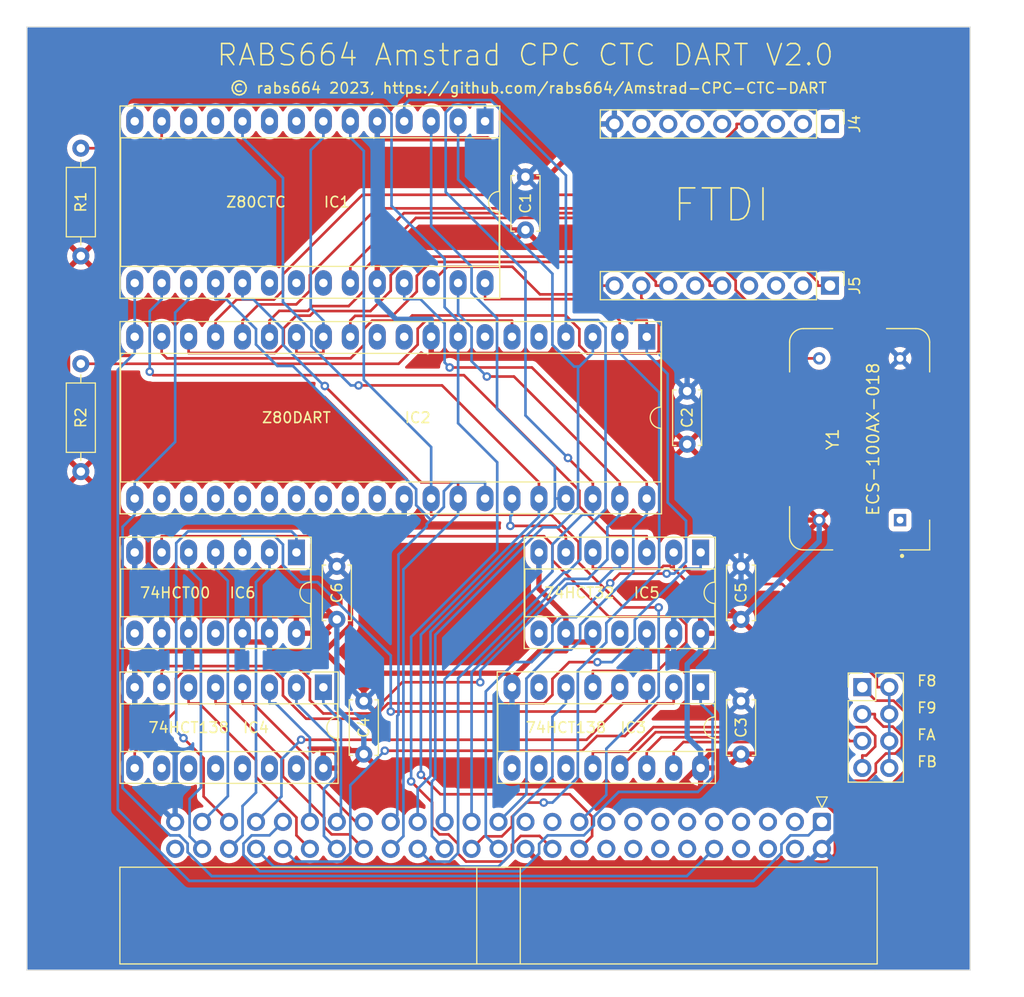
<source format=kicad_pcb>
(kicad_pcb (version 20221018) (generator pcbnew)
  (layers (0 "F.Cu" signal) (31 "B.Cu" signal) (34 "B.Paste" user) (35 "F.Paste" user) (36 "B.SilkS" user "B.Silkscreen") (37 "F.SilkS" user "F.Silkscreen") (38 "B.Mask" user) (39 "F.Mask" user) (44 "Edge.Cuts" user))
  (net 0 "")
  (net 1 "/D4")
  (net 2 "/D5")
  (net 3 "/BAUD_CLK")
  (net 5 "/D6")
  (net 6 "/D7")
  (net 7 "Net-(IC1-IEI)")
  (net 8 "/~{M1}")
  (net 10 "/CLK")
  (net 13 "/CTC_CLK")
  (net 14 "Net-(IC2-IEI)")
  (net 19 "Net-(IC3-E1)")
  (net 20 "/D0")
  (net 21 "/D1")
  (net 22 "/D2")
  (net 23 "/D3")
  (net 25 "Net-(IC3-E2)")
  (net 31 "/TXD")
  (net 32 "/RXD")
  (net 33 "/DCD")
  (net 34 "/CTS")
  (net 44 "/~{DART_CE}")
  (net 45 "GND")
  (net 53 "/~{RESET}")
  (net 61 "/~{RD}")
  (net 62 "/~{IORQ}")
  (net 65 "+5V")
  (net 66 "/A0")
  (net 67 "/A1")
  (net 68 "/A2")
  (net 69 "/A3")
  (net 70 "/A4")
  (net 71 "/A5")
  (net 72 "/A6")
  (net 73 "/A7")
  (net 74 "/A8")
  (net 75 "/A9")
  (net 76 "/A10")
  (net 77 "/A11")
  (net 78 "/A12")
  (net 79 "/A13")
  (net 80 "/A14")
  (net 81 "/A15")
  (net 83 "/E0")
  (net 84 "/F0")
  (net 85 "/F8")
  (net 86 "Net-(J3-Pin_2)")
  (net 87 "/F9")
  (net 88 "/FA")
  (net 89 "/FB")
  (net 102 "/~{CTC_CE}")
  (net 103 "/RTS")
  (net 104 "/DTR")
  (footprint "Capacitor_THT:C_Disc_D5.0mm_W2.5mm_P5.00mm" (layer "F.Cu") (at 114.3 110.45 90)
    (fp_text reference "C6")
    (fp_text value "100nF")
  )
  (footprint "Package_DIP:DIP-16_W7.62mm_Socket_LongPads" (layer "F.Cu") (at 113.03 116.85 -90)
    (fp_text reference "IC4")
    (fp_text value "74HCT138")
  )
  (footprint "Package_DIP:DIP-14_W7.62mm_Socket_LongPads" (layer "F.Cu") (at 148.59 104.14 -90)
    (fp_text reference "IC5")
    (fp_text value "74HCT32")
  )
  (footprint "Connector_PinHeader_2.54mm:PinHeader_1x09_P2.54mm_Vertical" (layer "F.Cu") (at 160.782 63.754 -90)
    (fp_text reference "J4")
    (fp_text value "Conn_01x09_Pin" hide)
  )
  (footprint "Capacitor_THT:C_Disc_D5.0mm_W2.5mm_P5.00mm" (layer "F.Cu") (at 147.32 93.94 90)
    (fp_text reference "C2")
    (fp_text value "100nF")
  )
  (footprint "Connector_PinHeader_2.54mm:PinHeader_2x04_P2.54mm_Vertical" (layer "F.Cu") (at 163.83 116.84)
    (fp_text reference "J3" hide)
    (fp_text value "Conn_02x04_Odd_Even" hide)
  )
  (footprint "Package_DIP:DIP-14_W7.62mm_Socket_LongPads" (layer "F.Cu") (at 110.49 104.14 -90)
    (fp_text reference "IC6")
    (fp_text value "74HCT00")
  )
  (footprint "Resistor_THT:R_Axial_DIN0207_L6.3mm_D2.5mm_P10.16mm_Horizontal" (layer "F.Cu") (at 90.17 96.52 90)
    (fp_text reference "R2")
    (fp_text value "10K")
  )
  (footprint "Package_DIP:DIP-28_W15.24mm_Socket_LongPads" (layer "F.Cu") (at 128.27 63.5 -90)
    (fp_text reference "IC1")
    (fp_text value "Z80CTC")
  )
  (footprint "Package_DIP:DIP-16_W7.62mm_Socket_LongPads" (layer "F.Cu") (at 148.59 116.84 -90)
    (fp_text reference "IC3")
    (fp_text value "74HCT138")
  )
  (footprint "Connector_PinHeader_2.54mm:PinHeader_1x09_P2.54mm_Vertical" (layer "F.Cu") (at 160.782 78.994 -90)
    (fp_text reference "J5")
    (fp_text value "Conn_01x09_Pin" hide)
  )
  (footprint "Capacitor_THT:C_Disc_D5.0mm_W2.5mm_P5.00mm" (layer "F.Cu") (at 152.4 123.15 90)
    (fp_text reference "C3")
    (fp_text value "100nF")
  )
  (footprint "Resistor_THT:R_Axial_DIN0207_L6.3mm_D2.5mm_P10.16mm_Horizontal" (layer "F.Cu") (at 90.17 76.2 90)
    (fp_text reference "R1")
    (fp_text value "10K")
  )
  (footprint "Capacitor_THT:C_Disc_D5.0mm_W2.5mm_P5.00mm" (layer "F.Cu") (at 152.4 110.45 90)
    (fp_text reference "C5")
    (fp_text value "100nF")
  )
  (footprint "Package_DIP:DIP-40_W15.24mm_Socket_LongPads" (layer "F.Cu") (at 143.51 83.82 -90)
    (fp_text reference "IC2")
    (fp_text value "Z80DART")
  )
  (footprint "Connector_IDC:IDC-Header_2x25_P2.54mm_Horizontal" (layer "F.Cu") (at 160.02 129.54 -90)
    (fp_text reference "J1" hide)
    (fp_text value "Conn_02x25_Odd_Even" hide)
  )
  (footprint "Capacitor_THT:C_Disc_D5.0mm_W2.5mm_P5.00mm" (layer "F.Cu") (at 116.84 123.15 90)
    (fp_text reference "C4")
    (fp_text value "100nF")
  )
  (footprint "MyLibrary:OSC_ECS-100AX-018" (layer "F.Cu") (at 163.576 93.472 90)
    (fp_text reference "Y1")
    (fp_text value "ECS-100AX-018")
  )
  (footprint "Capacitor_THT:C_Disc_D5.0mm_W2.5mm_P5.00mm" (layer "F.Cu") (at 132.08 73.74 90)
    (fp_text reference "C1")
    (fp_text value "100nF")
  )
  (gr_line (start 85.09 54.61) (end 173.99 54.61) (stroke (width 0.1)) (layer "Edge.Cuts"))
  (gr_line (start 85.09 54.61) (end 85.09 143.51) (stroke (width 0.1)) (layer "Edge.Cuts"))
  (gr_line (start 85.09 143.51) (end 165.1 143.51) (stroke (width 0.1)) (layer "Edge.Cuts"))
  (gr_line (start 173.99 143.51) (end 173.99 54.61) (stroke (width 0.1)) (layer "Edge.Cuts"))
  (gr_line (start 165.1 143.51) (end 173.99 143.51) (stroke (width 0.1)) (layer "Edge.Cuts"))
  (gr_text "FB" (at 168.91 124.46) (layer "F.SilkS") (effects (font (size 1 1)) (justify left bottom)))
  (gr_text "FTDI" (at 145.796 73.152) (layer "F.SilkS") (effects (font (size 3 3)) (justify left bottom)))
  (gr_text "© rabs664 2023, https://github.com/rabs664/Amstrad-CPC-CTC-DART" (at 104.14 60.96) (layer "F.SilkS") (effects (font (size 1 1)) (justify left bottom)))
  (gr_text "RABS664 Amstrad CPC CTC DART V2.0" (at 102.87 58.42) (layer "F.SilkS") (effects (font (size 2 2)) (justify left bottom)))
  (gr_text "FA" (at 168.91 121.92) (layer "F.SilkS") (effects (font (size 1 1)) (justify left bottom)))
  (gr_text "F8" (at 168.91 116.84) (layer "F.SilkS") (effects (font (size 1 1)) (justify left bottom)))
  (gr_text "F9" (at 168.91 119.38) (layer "F.SilkS") (effects (font (size 1 1)) (justify left bottom)))
  (segment (start 138.43 99.06) (end 138.43 97.5331) (width 0.25) (layer "F.Cu") (net 1))
  (segment (start 138.43 97.5331) (end 138.3824 97.5331) (width 0.25) (layer "F.Cu") (net 1))
  (segment (start 138.3824 97.5331) (end 136.0864 95.2371) (width 0.25) (layer "F.Cu") (net 1))
  (via (at 136.0864 95.2371) (size 0.8) (drill 0.4) (layers "F.Cu" "B.Cu") (net 1))
  (segment (start 137.4228 100.5869) (end 134.62 103.3897) (width 0.25) (layer "B.Cu") (net 1))
  (segment (start 138.43 99.06) (end 138.43 100.5869) (width 0.25) (layer "B.Cu") (net 1))
  (segment (start 132.08 77.694) (end 124.5609 70.1749) (width 0.25) (layer "B.Cu") (net 1))
  (segment (start 136.0864 95.2371) (end 132.08 91.2307) (width 0.25) (layer "B.Cu") (net 1))
  (segment (start 128.27 63.5) (end 128.27 61.9731) (width 0.25) (layer "B.Cu") (net 1))
  (segment (start 124.46 116.0964) (end 124.46 129.54) (width 0.25) (layer "B.Cu") (net 1))
  (segment (start 134.62 103.3897) (end 134.62 105.9364) (width 0.25) (layer "B.Cu") (net 1))
  (segment (start 125.2571 61.9731) (end 128.27 61.9731) (width 0.25) (layer "B.Cu") (net 1))
  (segment (start 132.08 91.2307) (end 132.08 77.694) (width 0.25) (layer "B.Cu") (net 1))
  (segment (start 124.5609 70.1749) (end 124.5609 62.6693) (width 0.25) (layer "B.Cu") (net 1))
  (segment (start 138.43 100.5869) (end 137.4228 100.5869) (width 0.25) (layer "B.Cu") (net 1))
  (segment (start 134.62 105.9364) (end 124.46 116.0964) (width 0.25) (layer "B.Cu") (net 1))
  (segment (start 124.5609 62.6693) (end 125.2571 61.9731) (width 0.25) (layer "B.Cu") (net 1))
  (segment (start 137.036 86.6169) (end 136.6604 86.6169) (width 0.25) (layer "B.Cu") (net 2))
  (segment (start 123.2553 125.7326) (end 123.5792 125.4087) (width 0.25) (layer "B.Cu") (net 2))
  (segment (start 133.717 101.7743) (end 135.1761 101.7743) (width 0.25) (layer "B.Cu") (net 2))
  (segment (start 123.2553 130.8753) (end 123.2553 125.7326) (width 0.25) (layer "B.Cu") (net 2))
  (segment (start 123.5792 125.4087) (end 123.5792 111.9121) (width 0.25) (layer "B.Cu") (net 2))
  (segment (start 124.46 132.08) (end 123.2553 130.8753) (width 0.25) (layer "B.Cu") (net 2))
  (segment (start 135.1761 101.7743) (end 137.036 99.9144) (width 0.25) (layer "B.Cu") (net 2))
  (segment (start 123.5792 111.9121) (end 133.717 101.7743) (width 0.25) (layer "B.Cu") (net 2))
  (segment (start 134.62 77.8736) (end 125.73 68.9836) (width 0.25) (layer "B.Cu") (net 2))
  (segment (start 125.73 68.9836) (end 125.73 63.5) (width 0.25) (layer "B.Cu") (net 2))
  (segment (start 137.036 99.9144) (end 137.036 86.6169) (width 0.25) (layer "B.Cu") (net 2))
  (segment (start 136.6604 86.6169) (end 134.62 84.5765) (width 0.25) (layer "B.Cu") (net 2))
  (segment (start 138.43 83.82) (end 138.43 85.3469) (width 0.25) (layer "B.Cu") (net 2))
  (segment (start 134.62 84.5765) (end 134.62 77.8736) (width 0.25) (layer "B.Cu") (net 2))
  (segment (start 138.43 85.3469) (end 137.16 86.6169) (width 0.25) (layer "B.Cu") (net 2))
  (segment (start 137.16 86.6169) (end 137.036 86.6169) (width 0.25) (layer "B.Cu") (net 2))
  (segment (start 113.03 83.82) (end 113.03 85.3469) (width 0.25) (layer "F.Cu") (net 3))
  (segment (start 113.03 85.3469) (end 110.49 85.3469) (width 0.25) (layer "F.Cu") (net 3))
  (segment (start 110.49 83.82) (end 110.49 85.3469) (width 0.25) (layer "F.Cu") (net 3))
  (segment (start 113.03 63.5) (end 113.03 65.0269) (width 0.25) (layer "B.Cu") (net 3))
  (segment (start 111.8395 81.1026) (end 111.8395 66.2174) (width 0.25) (layer "B.Cu") (net 3))
  (segment (start 113.03 83.82) (end 113.03 82.2931) (width 0.25) (layer "B.Cu") (net 3))
  (segment (start 111.8395 66.2174) (end 113.03 65.0269) (width 0.25) (layer "B.Cu") (net 3))
  (segment (start 113.03 82.2931) (end 111.8395 81.1026) (width 0.25) (layer "B.Cu") (net 3))
  (segment (start 127 79.6702) (end 127 77.2146) (width 0.25) (layer "B.Cu") (net 5))
  (segment (start 129.3991 82.0693) (end 127 79.6702) (width 0.25) (layer "B.Cu") (net 5))
  (segment (start 127 77.2146) (end 123.19 73.4046) (width 0.25) (layer "B.Cu") (net 5))
  (segment (start 134.8533 99.06) (end 135.89 99.06) (width 0.25) (layer "B.Cu") (net 5))
  (segment (start 121.92 129.54) (end 121.92 126.4288) (width 0.25) (layer "B.Cu") (net 5))
  (segment (start 123.1273 125.2215) (end 123.1273 111.6316) (width 0.25) (layer "B.Cu") (net 5))
  (segment (start 123.1273 111.6316) (end 134.8533 99.9056) (width 0.25) (layer "B.Cu") (net 5))
  (segment (start 134.8533 99.9056) (end 134.8533 99.06) (width 0.25) (layer "B.Cu") (net 5))
  (segment (start 134.8533 96.076) (end 129.3991 90.6218) (width 0.25) (layer "B.Cu") (net 5))
  (segment (start 134.8533 99.06) (end 134.8533 96.076) (width 0.25) (layer "B.Cu") (net 5))
  (segment (start 121.92 126.4288) (end 123.1273 125.2215) (width 0.25) (layer "B.Cu") (net 5))
  (segment (start 129.3991 90.6218) (end 129.3991 82.0693) (width 0.25) (layer "B.Cu") (net 5))
  (segment (start 123.19 73.4046) (end 123.19 63.5) (width 0.25) (layer "B.Cu") (net 5))
  (segment (start 137.2436 104.802) (end 136.0215 106.0241) (width 0.25) (layer "B.Cu") (net 6))
  (segment (start 128.7901 61.4968) (end 121.1263 61.4968) (width 0.25) (layer "B.Cu") (net 6))
  (segment (start 125.73 116.0018) (end 125.73 132.4761) (width 0.25) (layer "B.Cu") (net 6))
  (segment (start 135.89 82.2401) (end 138.9265 82.2401) (width 0.25) (layer "B.Cu") (net 6))
  (segment (start 123.1214 133.2814) (end 121.92 132.08) (width 0.25) (layer "B.Cu") (net 6))
  (segment (start 139.6272 82.9408) (end 139.6272 100.0814) (width 0.25) (layer "B.Cu") (net 6))
  (segment (start 139.6272 100.0814) (end 137.2436 102.465) (width 0.25) (layer "B.Cu") (net 6))
  (segment (start 120.65 63.5) (end 120.65 61.9731) (width 0.25) (layer "B.Cu") (net 6))
  (segment (start 135.89 68.5967) (end 128.7901 61.4968) (width 0.25) (layer "B.Cu") (net 6))
  (segment (start 137.2436 102.465) (end 137.2436 104.802) (width 0.25) (layer "B.Cu") (net 6))
  (segment (start 135.89 82.2401) (end 135.89 68.5967) (width 0.25) (layer "B.Cu") (net 6))
  (segment (start 121.1263 61.4968) (end 120.65 61.9731) (width 0.25) (layer "B.Cu") (net 6))
  (segment (start 125.73 132.4761) (end 124.9247 133.2814) (width 0.25) (layer "B.Cu") (net 6))
  (segment (start 138.9265 82.2401) (end 139.6272 82.9408) (width 0.25) (layer "B.Cu") (net 6))
  (segment (start 135.89 83.82) (end 135.89 82.2401) (width 0.25) (layer "B.Cu") (net 6))
  (segment (start 135.7077 106.0241) (end 125.73 116.0018) (width 0.25) (layer "B.Cu") (net 6))
  (segment (start 124.9247 133.2814) (end 123.1214 133.2814) (width 0.25) (layer "B.Cu") (net 6))
  (segment (start 136.0215 106.0241) (end 135.7077 106.0241) (width 0.25) (layer "B.Cu") (net 6))
  (segment (start 96.7769 66.04) (end 97.79 65.0269) (width 0.25) (layer "F.Cu") (net 7))
  (segment (start 97.79 63.5) (end 97.79 65.0269) (width 0.25) (layer "F.Cu") (net 7))
  (segment (start 90.17 66.04) (end 96.7769 66.04) (width 0.25) (layer "F.Cu") (net 7))
  (segment (start 126.4702 133.2768) (end 125.73 132.5366) (width 0.25) (layer "F.Cu") (net 8))
  (segment (start 131.631 130.8647) (end 130.81 131.6857) (width 0.25) (layer "F.Cu") (net 8))
  (segment (start 124.8259 130.7169) (end 123.9726 130.7169) (width 0.25) (layer "F.Cu") (net 8))
  (segment (start 125.73 131.621) (end 124.8259 130.7169) (width 0.25) (layer "F.Cu") (net 8))
  (segment (start 123.9726 130.7169) (end 123.2831 130.0274) (width 0.25) (layer "F.Cu") (net 8))
  (segment (start 125.73 132.5366) (end 125.73 131.621) (width 0.25) (layer "F.Cu") (net 8))
  (segment (start 134.62 132.08) (end 133.4047 130.8647) (width 0.25) (layer "F.Cu") (net 8))
  (segment (start 133.4047 130.8647) (end 131.631 130.8647) (width 0.25) (layer "F.Cu") (net 8))
  (segment (start 123.2831 127.7084) (end 121.301 125.7263) (width 0.25) (layer "F.Cu") (net 8))
  (segment (start 130.81 132.4814) (end 130.0146 133.2768) (width 0.25) (layer "F.Cu") (net 8))
  (segment (start 130.0146 133.2768) (end 126.4702 133.2768) (width 0.25) (layer "F.Cu") (net 8))
  (segment (start 123.2831 130.0274) (end 123.2831 127.7084) (width 0.25) (layer "F.Cu") (net 8))
  (segment (start 130.81 131.6857) (end 130.81 132.4814) (width 0.25) (layer "F.Cu") (net 8))
  (via (at 121.301 125.7263) (size 0.8) (drill 0.4) (layers "F.Cu" "B.Cu") (net 8))
  (segment (start 125.73 91.9627) (end 125.73 83.82) (width 0.25) (layer "B.Cu") (net 8))
  (segment (start 118.5992 61.9731) (end 119.4539 62.8278) (width 0.25) (layer "B.Cu") (net 8))
  (segment (start 124.46 81.0231) (end 125.73 82.2931) (width 0.25) (layer "B.Cu") (net 8))
  (segment (start 121.301 125.7263) (end 121.301 112.0994) (width 0.25) (layer "B.Cu") (net 8))
  (segment (start 119.4539 62.8278) (end 119.4539 71.4743) (width 0.25) (layer "B.Cu") (net 8))
  (segment (start 95.25 63.5) (end 95.25 61.9731) (width 0.25) (layer "B.Cu") (net 8))
  (segment (start 129.4177 103.9827) (end 129.4177 95.6504) (width 0.25) (layer "B.Cu") (net 8))
  (segment (start 121.301 112.0994) (end 129.4177 103.9827) (width 0.25) (layer "B.Cu") (net 8))
  (segment (start 124.46 76.4804) (end 124.46 81.0231) (width 0.25) (layer "B.Cu") (net 8))
  (segment (start 95.25 61.9731) (end 118.5992 61.9731) (width 0.25) (layer "B.Cu") (net 8))
  (segment (start 119.4539 71.4743) (end 124.46 76.4804) (width 0.25) (layer "B.Cu") (net 8))
  (segment (start 125.73 83.82) (end 125.73 82.2931) (width 0.25) (layer "B.Cu") (net 8))
  (segment (start 129.4177 95.6504) (end 125.73 91.9627) (width 0.25) (layer "B.Cu") (net 8))
  (segment (start 158.75 130.81) (end 160.02 129.54) (width 0.25) (layer "B.Cu") (net 10))
  (segment (start 153.5829 135.1015) (end 156.21 132.4744) (width 0.25) (layer "B.Cu") (net 10))
  (segment (start 156.21 131.6491) (end 157.0491 130.81) (width 0.25) (layer "B.Cu") (net 10))
  (segment (start 93.6519 86.945) (end 93.6519 128.3659) (width 0.25) (layer "B.Cu") (net 10))
  (segment (start 95.25 83.82) (end 95.25 78.74) (width 0.25) (layer "B.Cu") (net 10))
  (segment (start 157.0491 130.81) (end 158.75 130.81) (width 0.25) (layer "B.Cu") (net 10))
  (segment (start 156.21 132.4744) (end 156.21 131.6491) (width 0.25) (layer "B.Cu") (net 10))
  (segment (start 95.25 83.82) (end 95.25 85.3469) (width 0.25) (layer "B.Cu") (net 10))
  (segment (start 100.3875 135.1015) (end 153.5829 135.1015) (width 0.25) (layer "B.Cu") (net 10))
  (segment (start 95.25 85.3469) (end 93.6519 86.945) (width 0.25) (layer "B.Cu") (net 10))
  (segment (start 93.6519 128.3659) (end 100.3875 135.1015) (width 0.25) (layer "B.Cu") (net 10))
  (segment (start 115.57 78.74) (end 115.57 77.2131) (width 0.25) (layer "F.Cu") (net 13))
  (segment (start 120.6227 72.1604) (end 145.5404 72.1604) (width 0.25) (layer "F.Cu") (net 13))
  (segment (start 151.892 78.512) (end 151.892 79.4037) (width 0.25) (layer "F.Cu") (net 13))
  (segment (start 158.3403 85.852) (end 159.766 85.852) (width 0.25) (layer "F.Cu") (net 13))
  (segment (start 145.5404 72.1604) (end 151.892 78.512) (width 0.25) (layer "F.Cu") (net 13))
  (segment (start 151.892 79.4037) (end 158.3403 85.852) (width 0.25) (layer "F.Cu") (net 13))
  (segment (start 115.57 77.2131) (end 120.6227 72.1604) (width 0.25) (layer "F.Cu") (net 13))
  (segment (start 121.92 83.0573) (end 121.92 84.5589) (width 0.25) (layer "F.Cu") (net 14))
  (segment (start 122.6842 82.2931) (end 121.92 83.0573) (width 0.25) (layer "F.Cu") (net 14))
  (segment (start 120.1189 86.36) (end 90.17 86.36) (width 0.25) (layer "F.Cu") (net 14))
  (segment (start 130.81 82.2931) (end 122.6842 82.2931) (width 0.25) (layer "F.Cu") (net 14))
  (segment (start 121.92 84.5589) (end 120.1189 86.36) (width 0.25) (layer "F.Cu") (net 14))
  (segment (start 130.81 83.82) (end 130.81 82.2931) (width 0.25) (layer "F.Cu") (net 14))
  (segment (start 140.97 116.84) (end 138.6718 119.1382) (width 0.25) (layer "F.Cu") (net 19))
  (segment (start 138.6718 119.1382) (end 119.3822 119.1382) (width 0.25) (layer "F.Cu") (net 19))
  (via (at 119.3822 119.1382) (size 0.8) (drill 0.4) (layers "F.Cu" "B.Cu") (net 19))
  (segment (start 109.22 103.3912) (end 109.22 105.3382) (width 0.25) (layer "B.Cu") (net 19))
  (segment (start 112.4699 106.9392) (end 119.3822 113.8515) (width 0.25) (layer "B.Cu") (net 19))
  (segment (start 105.41 104.14) (end 105.41 102.6131) (width 0.25) (layer "B.Cu") (net 19))
  (segment (start 108.4419 102.6131) (end 109.22 103.3912) (width 0.25) (layer "B.Cu") (net 19))
  (segment (start 105.41 102.6131) (end 108.4419 102.6131) (width 0.25) (layer "B.Cu") (net 19))
  (segment (start 110.821 106.9392) (end 112.4699 106.9392) (width 0.25) (layer "B.Cu") (net 19))
  (segment (start 109.22 105.3382) (end 110.821 106.9392) (width 0.25) (layer "B.Cu") (net 19))
  (segment (start 119.3822 113.8515) (end 119.3822 119.1382) (width 0.25) (layer "B.Cu") (net 19))
  (segment (start 132.6858 86.7089) (end 124.936 86.7089) (width 0.25) (layer "F.Cu") (net 20))
  (segment (start 143.51 99.06) (end 143.51 97.5331) (width 0.25) (layer "F.Cu") (net 20))
  (segment (start 143.51 97.5331) (end 132.6858 86.7089) (width 0.25) (layer "F.Cu") (net 20))
  (via (at 124.936 86.7089) (size 0.8) (drill 0.4) (layers "F.Cu" "B.Cu") (net 20))
  (segment (start 122.1769 80.2669) (end 120.65 80.2669) (width 0.25) (layer "B.Cu") (net 20))
  (segment (start 137.2322 112.4493) (end 136.3842 113.2973) (width 0.25) (layer "B.Cu") (net 20))
  (segment (start 124.46 86.2329) (end 124.46 82.55) (width 0.25) (layer "B.Cu") (net 20))
  (segment (start 120.65 78.74) (end 120.65 80.2669) (width 0.25) (layer "B.Cu") (net 20))
  (segment (start 137.2322 110.9577) (end 137.2322 112.4493) (width 0.25) (layer "B.Cu") (net 20))
  (segment (start 142.24 105.9499) (end 137.2322 110.9577) (width 0.25) (layer "B.Cu") (net 20))
  (segment (start 136.3842 113.2973) (end 134.8961 113.2973) (width 0.25) (layer "B.Cu") (net 20))
  (segment (start 134.8961 113.2973) (end 132.1708 116.0226) (width 0.25) (layer "B.Cu") (net 20))
  (segment (start 124.936 86.7089) (end 124.46 86.2329) (width 0.25) (layer "B.Cu") (net 20))
  (segment (start 143.51 99.06) (end 143.51 100.5869) (width 0.25) (layer "B.Cu") (net 20))
  (segment (start 142.24 101.8569) (end 142.24 105.9499) (width 0.25) (layer "B.Cu") (net 20))
  (segment (start 143.51 100.5869) (end 142.24 101.8569) (width 0.25) (layer "B.Cu") (net 20))
  (segment (start 124.46 82.55) (end 122.1769 80.2669) (width 0.25) (layer "B.Cu") (net 20))
  (segment (start 132.1708 126.9092) (end 129.54 129.54) (width 0.25) (layer "B.Cu") (net 20))
  (segment (start 132.1708 116.0226) (end 132.1708 126.9092) (width 0.25) (layer "B.Cu") (net 20))
  (segment (start 130.8424 77.2131) (end 124.7169 77.2131) (width 0.25) (layer "F.Cu") (net 21))
  (segment (start 139.5048 79.8148) (end 133.4441 79.8148) (width 0.25) (layer "F.Cu") (net 21))
  (segment (start 143.51 83.82) (end 143.51 82.2931) (width 0.25) (layer "F.Cu") (net 21))
  (segment (start 140.9677 106.1366) (end 145.3876 106.1366) (width 0.25) (layer "F.Cu") (net 21))
  (segment (start 143.51 82.2931) (end 141.9831 82.2931) (width 0.25) (layer "F.Cu") (net 21))
  (segment (start 140.0638 107.0405) (end 140.9677 106.1366) (width 0.25) (layer "F.Cu") (net 21))
  (segment (start 133.4441 79.8148) (end 130.8424 77.2131) (width 0.25) (layer "F.Cu") (net 21))
  (segment (start 141.9831 82.2931) (end 139.5048 79.8148) (width 0.25) (layer "F.Cu") (net 21))
  (segment (start 124.7169 77.2131) (end 123.19 78.74) (width 0.25) (layer "F.Cu") (net 21))
  (via (at 140.0638 107.0405) (size 0.8) (drill 0.4) (layers "F.Cu" "B.Cu") (net 21))
  (via (at 145.3876 106.1366) (size 0.8) (drill 0.4) (layers "F.Cu" "B.Cu") (net 21))
  (segment (start 145.4869 87.3238) (end 145.4869 99.4342) (width 0.25) (layer "B.Cu") (net 21))
  (segment (start 135.4001 110.2331) (end 136.8712 110.2331) (width 0.25) (layer "B.Cu") (net 21))
  (segment (start 145.4869 99.4342) (end 147.2135 101.1608) (width 0.25) (layer "B.Cu") (net 21))
  (segment (start 143.51 85.3469) (end 145.4869 87.3238) (width 0.25) (layer "B.Cu") (net 21))
  (segment (start 128.338 130.878) (end 128.338 117.2481) (width 0.25) (layer "B.Cu") (net 21))
  (segment (start 134.62 112.4995) (end 134.62 111.0132) (width 0.25) (layer "B.Cu") (net 21))
  (segment (start 146.1012 106.1365) (end 145.3876 106.1365) (width 0.25) (layer "B.Cu") (net 21))
  (segment (start 128.338 117.2481) (end 131.1118 114.4743) (width 0.25) (layer "B.Cu") (net 21))
  (segment (start 143.51 83.82) (end 143.51 85.3469) (width 0.25) (layer "B.Cu") (net 21))
  (segment (start 147.2135 101.1608) (end 147.2135 105.0242) (width 0.25) (layer "B.Cu") (net 21))
  (segment (start 134.62 111.0132) (end 135.4001 110.2331) (width 0.25) (layer "B.Cu") (net 21))
  (segment (start 131.1118 114.4743) (end 132.6452 114.4743) (width 0.25) (layer "B.Cu") (net 21))
  (segment (start 147.2135 105.0242) (end 146.1012 106.1365) (width 0.25) (layer "B.Cu") (net 21))
  (segment (start 145.3876 106.1365) (end 145.3876 106.1366) (width 0.25) (layer "B.Cu") (net 21))
  (segment (start 136.8712 110.2331) (end 140.0638 107.0405) (width 0.25) (layer "B.Cu") (net 21))
  (segment (start 132.6452 114.4743) (end 134.62 112.4995) (width 0.25) (layer "B.Cu") (net 21))
  (segment (start 129.54 132.08) (end 128.338 130.878) (width 0.25) (layer "B.Cu") (net 21))
  (segment (start 140.97 97.5331) (end 130.9979 87.561) (width 0.25) (layer "F.Cu") (net 22))
  (segment (start 140.97 99.06) (end 140.97 97.5331) (width 0.25) (layer "F.Cu") (net 22))
  (segment (start 130.9979 87.561) (end 128.4407 87.561) (width 0.25) (layer "F.Cu") (net 22))
  (via (at 128.4407 87.561) (size 0.8) (drill 0.4) (layers "F.Cu" "B.Cu") (net 22))
  (segment (start 140.97 99.06) (end 140.97 100.5869) (width 0.25) (layer "B.Cu") (net 22))
  (segment (start 125.73 81.654) (end 127 82.924) (width 0.25) (layer "B.Cu") (net 22))
  (segment (start 139.7967 101.7602) (end 140.97 100.5869) (width 0.25) (layer "B.Cu") (net 22))
  (segment (start 135.8082 106.6353) (end 137.9669 106.6353) (width 0.25) (layer "B.Cu") (net 22))
  (segment (start 127 86.1203) (end 128.4407 87.561) (width 0.25) (layer "B.Cu") (net 22))
  (segment (start 125.73 78.74) (end 125.73 81.654) (width 0.25) (layer "B.Cu") (net 22))
  (segment (start 127 115.4435) (end 135.8082 106.6353) (width 0.25) (layer "B.Cu") (net 22))
  (segment (start 137.9669 106.6353) (end 139.7967 104.8055) (width 0.25) (layer "B.Cu") (net 22))
  (segment (start 127 82.924) (end 127 86.1203) (width 0.25) (layer "B.Cu") (net 22))
  (segment (start 127 129.54) (end 127 115.4435) (width 0.25) (layer "B.Cu") (net 22))
  (segment (start 139.7967 104.8055) (end 139.7967 101.7602) (width 0.25) (layer "B.Cu") (net 22))
  (segment (start 128.27 78.74) (end 128.27 80.2669) (width 0.25) (layer "F.Cu") (net 23))
  (segment (start 130.81 129.949) (end 130.81 129.0578) (width 0.25) (layer "F.Cu") (net 23))
  (segment (start 127 132.08) (end 128.1769 130.9031) (width 0.25) (layer "F.Cu") (net 23))
  (segment (start 128.1769 130.9031) (end 129.8559 130.9031) (width 0.25) (layer "F.Cu") (net 23))
  (segment (start 130.81 129.0578) (end 132.149 127.7188) (width 0.25) (layer "F.Cu") (net 23))
  (segment (start 138.9438 80.2669) (end 140.97 82.2931) (width 0.25) (layer "F.Cu") (net 23))
  (segment (start 140.97 83.82) (end 140.97 82.2931) (width 0.25) (layer "F.Cu") (net 23))
  (segment (start 132.149 127.7188) (end 133.8022 127.7188) (width 0.25) (layer "F.Cu") (net 23))
  (segment (start 129.8559 130.9031) (end 130.81 129.949) (width 0.25) (layer "F.Cu") (net 23))
  (segment (start 128.27 80.2669) (end 138.9438 80.2669) (width 0.25) (layer "F.Cu") (net 23))
  (via (at 133.8022 127.7188) (size 0.8) (drill 0.4) (layers "F.Cu" "B.Cu") (net 23))
  (segment (start 137.0169 125.3311) (end 134.6292 127.7188) (width 0.25) (layer "B.Cu") (net 23))
  (segment (start 140.97 85.3469) (end 144.6837 89.0606) (width 0.25) (layer "B.Cu") (net 23))
  (segment (start 134.6292 127.7188) (end 133.8022 127.7188) (width 0.25) (layer "B.Cu") (net 23))
  (segment (start 139.7 110.796) (end 139.7 112.6136) (width 0.25) (layer "B.Cu") (net 23))
  (segment (start 140.97 83.82) (end 140.97 85.3469) (width 0.25) (layer "B.Cu") (net 23))
  (segment (start 144.6837 89.0606) (end 144.6837 105.8123) (width 0.25) (layer "B.Cu") (net 23))
  (segment (start 144.6837 105.8123) (end 139.7 110.796) (width 0.25) (layer "B.Cu") (net 23))
  (segment (start 137.0169 115.2967) (end 137.0169 125.3311) (width 0.25) (layer "B.Cu") (net 23))
  (segment (start 139.7 112.6136) (end 137.0169 115.2967) (width 0.25) (layer "B.Cu") (net 23))
  (segment (start 139.9264 110.1907) (end 146.4764 110.1907) (width 0.25) (layer "F.Cu") (net 25))
  (segment (start 147.237 110.9513) (end 147.237 112.6083) (width 0.25) (layer "F.Cu") (net 25))
  (segment (start 146.4764 110.1907) (end 147.237 110.9513) (width 0.25) (layer "F.Cu") (net 25))
  (segment (start 97.79 102.6131) (end 133.8248 102.6131) (width 0.25) (layer "F.Cu") (net 25))
  (segment (start 138.43 116.84) (end 138.43 115.3131) (width 0.25) (layer "F.Cu") (net 25))
  (segment (start 147.237 112.6083) (end 144.5322 115.3131) (width 0.25) (layer "F.Cu") (net 25))
  (segment (start 144.5322 115.3131) (end 138.43 115.3131) (width 0.25) (layer "F.Cu") (net 25))
  (segment (start 97.79 104.14) (end 97.79 102.6131) (width 0.25) (layer "F.Cu") (net 25))
  (segment (start 134.62 103.4083) (end 134.62 104.8843) (width 0.25) (layer "F.Cu") (net 25))
  (segment (start 133.8248 102.6131) (end 134.62 103.4083) (width 0.25) (layer "F.Cu") (net 25))
  (segment (start 134.62 104.8843) (end 139.9264 110.1907) (width 0.25) (layer "F.Cu") (net 25))
  (segment (start 121.8339 79.5599) (end 119.5526 81.8412) (width 0.25) (layer "F.Cu") (net 31))
  (segment (start 115.57 83.82) (end 115.57 82.2931) (width 0.25) (layer "F.Cu") (net 31))
  (segment (start 139.2851 78.994) (end 137.0522 76.7611) (width 0.25) (layer "F.Cu") (net 31))
  (segment (start 116.0219 81.8412) (end 115.57 82.2931) (width 0.25) (layer "F.Cu") (net 31))
  (segment (start 121.8339 78.0767) (end 121.8339 79.5599) (width 0.25) (layer "F.Cu") (net 31))
  (segment (start 119.5526 81.8412) (end 116.0219 81.8412) (width 0.25) (layer "F.Cu") (net 31))
  (segment (start 140.462 78.994) (end 139.2851 78.994) (width 0.25) (layer "F.Cu") (net 31))
  (segment (start 123.1495 76.7611) (end 121.8339 78.0767) (width 0.25) (layer "F.Cu") (net 31))
  (segment (start 137.0522 76.7611) (end 123.1495 76.7611) (width 0.25) (layer "F.Cu") (net 31))
  (segment (start 111.5775 81.3731) (end 112.0294 80.9212) (width 0.25) (layer "F.Cu") (net 32))
  (segment (start 149.4451 78.6262) (end 149.4451 78.994) (width 0.25) (layer "F.Cu") (net 32))
  (segment (start 143.4316 72.6127) (end 149.4451 78.6262) (width 0.25) (layer "F.Cu") (net 32))
  (segment (start 107.95 83.82) (end 107.95 82.2931) (width 0.25) (layer "F.Cu") (net 32))
  (segment (start 107.95 82.2931) (end 108.87 81.3731) (width 0.25) (layer "F.Cu") (net 32))
  (segment (start 115.4139 80.9212) (end 116.84 79.4951) (width 0.25) (layer "F.Cu") (net 32))
  (segment (start 150.622 78.994) (end 149.4451 78.994) (width 0.25) (layer "F.Cu") (net 32))
  (segment (start 116.84 77.5139) (end 121.7412 72.6127) (width 0.25) (layer "F.Cu") (net 32))
  (segment (start 116.84 79.4951) (end 116.84 77.5139) (width 0.25) (layer "F.Cu") (net 32))
  (segment (start 112.0294 80.9212) (end 115.4139 80.9212) (width 0.25) (layer "F.Cu") (net 32))
  (segment (start 121.7412 72.6127) (end 143.4316 72.6127) (width 0.25) (layer "F.Cu") (net 32))
  (segment (start 108.87 81.3731) (end 111.5775 81.3731) (width 0.25) (layer "F.Cu") (net 32))
  (segment (start 152.6874 71.7085) (end 159.6051 78.6262) (width 0.25) (layer "F.Cu") (net 33))
  (segment (start 111.76 78.005) (end 118.0565 71.7085) (width 0.25) (layer "F.Cu") (net 33))
  (segment (start 159.6051 78.6262) (end 159.6051 78.994) (width 0.25) (layer "F.Cu") (net 33))
  (segment (start 110.4741 80.7621) (end 111.76 79.4762) (width 0.25) (layer "F.Cu") (net 33))
  (segment (start 160.782 78.994) (end 159.6051 78.994) (width 0.25) (layer "F.Cu") (net 33))
  (segment (start 111.76 79.4762) (end 111.76 78.005) (width 0.25) (layer "F.Cu") (net 33))
  (segment (start 106.941 80.7621) (end 110.4741 80.7621) (width 0.25) (layer "F.Cu") (net 33))
  (segment (start 105.41 82.2931) (end 106.941 80.7621) (width 0.25) (layer "F.Cu") (net 33))
  (segment (start 105.41 83.82) (end 105.41 82.2931) (width 0.25) (layer "F.Cu") (net 33))
  (segment (start 118.0565 71.7085) (end 152.6874 71.7085) (width 0.25) (layer "F.Cu") (net 33))
  (segment (start 153.162 63.754) (end 151.9851 63.754) (width 0.25) (layer "F.Cu") (net 34))
  (segment (start 109.22 77.9314) (end 116.7193 70.4321) (width 0.25) (layer "F.Cu") (net 34))
  (segment (start 109.22 79.4637) (end 109.22 77.9314) (width 0.25) (layer "F.Cu") (net 34))
  (segment (start 104.8581 80.305) (end 108.3787 80.305) (width 0.25) (layer "F.Cu") (net 34))
  (segment (start 116.7193 70.4321) (end 145.6728 70.4321) (width 0.25) (layer "F.Cu") (net 34))
  (segment (start 151.9851 64.1198) (end 151.9851 63.754) (width 0.25) (layer "F.Cu") (net 34))
  (segment (start 102.87 83.82) (end 102.87 82.2931) (width 0.25) (layer "F.Cu") (net 34))
  (segment (start 108.3787 80.305) (end 109.22 79.4637) (width 0.25) (layer "F.Cu") (net 34))
  (segment (start 102.87 82.2931) (end 104.8581 80.305) (width 0.25) (layer "F.Cu") (net 34))
  (segment (start 145.6728 70.4321) (end 151.9851 64.1198) (width 0.25) (layer "F.Cu") (net 34))
  (segment (start 135.89 104.14) (end 135.89 102.6131) (width 0.25) (layer "F.Cu") (net 44))
  (segment (start 135.89 102.6131) (end 134.9163 101.6394) (width 0.25) (layer "F.Cu") (net 44))
  (segment (start 134.9163 101.6394) (end 130.6547 101.6394) (width 0.25) (layer "F.Cu") (net 44))
  (via (at 130.6547 101.6394) (size 0.8) (drill 0.4) (layers "F.Cu" "B.Cu") (net 44))
  (segment (start 130.81 100.5869) (end 130.6547 100.7422) (width 0.25) (layer "B.Cu") (net 44))
  (segment (start 130.81 99.06) (end 130.81 100.5869) (width 0.25) (layer "B.Cu") (net 44))
  (segment (start 130.6547 100.7422) (end 130.6547 101.6394) (width 0.25) (layer "B.Cu") (net 44))
  (segment (start 97.79 113.4119) (end 100.33 113.4119) (width 0.5) (layer "F.Cu") (net 45))
  (segment (start 138.43 111.76) (end 138.43 112.5859) (width 0.5) (layer "F.Cu") (net 45))
  (segment (start 100.3308 113.4119) (end 105.41 113.4119) (width 0.5) (layer "F.Cu") (net 45))
  (segment (start 107.95 112.5859) (end 105.41 112.5859) (width 0.5) (layer "F.Cu") (net 45))
  (segment (start 100.33 113.4111) (end 100.33 113.4119) (width 0.5) (layer "F.Cu") (net 45))
  (segment (start 138.43 112.5859) (end 138.43 113.4119) (width 0.5) (layer "F.Cu") (net 45))
  (segment (start 116.84 117.1814) (end 116.84 118.15) (width 0.5) (layer "F.Cu") (net 45))
  (segment (start 146.05 112.5859) (end 145.224 113.4119) (width 0.5) (layer "F.Cu") (net 45))
  (segment (start 133.35 107.5681) (end 133.35 104.14) (width 0.5) (layer "F.Cu") (net 45))
  (segment (start 143.51 113.4119) (end 138.43 113.4119) (width 0.5) (layer "F.Cu") (net 45))
  (segment (start 107.95 111.76) (end 107.95 112.5859) (width 0.5) (layer "F.Cu") (net 45))
  (segment (start 105.41 111.76) (end 105.41 112.5859) (width 0.5) (layer "F.Cu") (net 45))
  (segment (start 100.33 113.4111) (end 100.3308 113.4119) (width 0.5) (layer "F.Cu") (net 45))
  (segment (start 135.89 111.76) (end 135.89 110.1081) (width 0.5) (layer "F.Cu") (net 45))
  (segment (start 107.95 112.5859) (end 107.95 113.4119) (width 0.5) (layer "F.Cu") (net 45))
  (segment (start 146.05 111.76) (end 146.05 112.5859) (width 0.5) (layer "F.Cu") (net 45))
  (segment (start 138.43 112.5859) (end 135.89 112.5859) (width 0.5) (layer "F.Cu") (net 45))
  (segment (start 143.51 111.76) (end 143.51 113.4119) (width 0.5) (layer "F.Cu") (net 45))
  (segment (start 133.4121 113.4119) (end 135.89 113.4119) (width 0.5) (layer "F.Cu") (net 45))
  (segment (start 118.11 63.5) (end 118.11 65.1519) (width 0.5) (layer "F.Cu") (net 45))
  (segment (start 128.4919 65.1519) (end 132.08 68.74) (width 0.5) (layer "F.Cu") (net 45))
  (segment (start 135.89 110.1081) (end 133.35 107.5681) (width 0.5) (layer "F.Cu") (net 45))
  (segment (start 97.79 111.76) (end 97.79 113.4119) (width 0.5) (layer "F.Cu") (net 45))
  (segment (start 115.5884 111.0266) (end 113.1368 113.4782) (width 0.5) (layer "F.Cu") (net 45))
  (segment (start 95.25 115.1981) (end 96.0038 115.1981) (width 0.5) (layer "F.Cu") (net 45))
  (segment (start 100.33 113.236) (end 100.33 113.4104) (width 0.5) (layer "F.Cu") (net 45))
  (segment (start 140.462 63.754) (end 139.1601 63.754) (width 0.5) (layer "F.Cu") (net 45))
  (segment (start 115.5884 106.7384) (end 115.5884 111.0266) (width 0.5) (layer "F.Cu") (net 45))
  (segment (start 130.3208 115.5248) (end 130.81 116.014) (width 0.5) (layer "F.Cu") (net 45))
  (segment (start 130.81 116.84) (end 130.81 116.014) (width 0.5) (layer "F.Cu") (net 45))
  (segment (start 108.0163 113.4782) (end 107.95 113.4119) (width 0.5) (layer "F.Cu") (net 45))
  (segment (start 113.1368 113.4782) (end 116.84 117.1814) (width 0.5) (layer "F.Cu") (net 45))
  (segment (start 114.3 105.45) (end 115.5884 106.7384) (width 0.5) (layer "F.Cu") (net 45))
  (segment (start 95.25 116.85) (end 95.25 115.1981) (width 0.5) (layer "F.Cu") (net 45))
  (segment (start 118.11 65.1519) (end 128.4919 65.1519) (width 0.5) (layer "F.Cu") (net 45))
  (segment (start 134.1741 68.74) (end 132.08 68.74) (width 0.5) (layer "F.Cu") (net 45))
  (segment (start 100.33 113.4104) (end 100.33 113.4111) (width 0.5) (layer "F.Cu") (net 45))
  (segment (start 130.81 116.014) (end 133.4121 113.4119) (width 0.5) (layer "F.Cu") (net 45))
  (segment (start 118.4966 115.5248) (end 130.3208 115.5248) (width 0.5) (layer "F.Cu") (net 45))
  (segment (start 135.89 112.5859) (end 135.89 113.4119) (width 0.5) (layer "F.Cu") (net 45))
  (segment (start 145.224 113.4119) (end 143.51 113.4119) (width 0.5) (layer "F.Cu") (net 45))
  (segment (start 105.41 112.5859) (end 105.41 113.4119) (width 0.5) (layer "F.Cu") (net 45))
  (segment (start 96.0038 115.1981) (end 97.79 113.4119) (width 0.5) (layer "F.Cu") (net 45))
  (segment (start 116.84 117.1814) (end 118.4966 115.5248) (width 0.5) (layer "F.Cu") (net 45))
  (segment (start 100.33 111.76) (end 100.33 113.236) (width 0.5) (layer "F.Cu") (net 45))
  (segment (start 113.1368 113.4782) (end 108.0163 113.4782) (width 0.5) (layer "F.Cu") (net 45))
  (segment (start 139.1601 63.754) (end 134.1741 68.74) (width 0.5) (layer "F.Cu") (net 45))
  (segment (start 135.89 111.76) (end 135.89 112.5859) (width 0.5) (layer "F.Cu") (net 45))
  (segment (start 95.25 107.5681) (end 97.79 110.1081) (width 0.5) (layer "B.Cu") (net 45))
  (segment (start 95.25 116.85) (end 95.25 118.5019) (width 0.5) (layer "B.Cu") (net 45))
  (segment (start 146.05 110.1081) (end 149.0153 110.1081) (width 0.5) (layer "B.Cu") (net 45))
  (segment (start 139.1601 79.5887) (end 139.1601 66.3578) (width 0.5) (layer "B.Cu") (net 45))
  (segment (start 95.25 104.14) (end 95.25 107.5681) (width 0.5) (layer "B.Cu") (net 45))
  (segment (start 167.386 85.852) (end 159.218 94.02) (width 0.5) (layer "B.Cu") (net 45))
  (segment (start 161.3532 130.7468) (end 161.3532 127.1032) (width 0.5) (layer "B.Cu") (net 45))
  (segment (start 120.65 99.06) (end 120.65 100.7119) (width 0.5) (layer "B.Cu") (net 45))
  (segment (start 152.4 118.15) (end 152.4 118.0012) (width 0.5) (layer "B.Cu") (net 45))
  (segment (start 160.02 132.08) (end 161.3532 130.7468) (width 0.5) (layer "B.Cu") (net 45))
  (segment (start 152.4 118.0012) (end 150.3954 115.9966) (width 0.5) (layer "B.Cu") (net 45))
  (segment (start 149.0153 110.1081) (end 149.1015 110.0219) (width 0.5) (layer "B.Cu") (net 45))
  (segment (start 150.3954 115.9966) (end 150.3954 111.3159) (width 0.5) (layer "B.Cu") (net 45))
  (segment (start 119.0381 100.7119) (end 120.65 100.7119) (width 0.5) (layer "B.Cu") (net 45))
  (segment (start 147.32 84.9877) (end 143.1229 80.7906) (width 0.5) (layer "B.Cu") (net 45))
  (segment (start 147.32 88.94) (end 147.32 84.9877) (width 0.5) (layer "B.Cu") (net 45))
  (segment (start 139.1601 66.3578) (end 140.462 65.0559) (width 0.5) (layer "B.Cu") (net 45))
  (segment (start 99.06 129.54) (end 99.06 122.3119) (width 0.5) (layer "B.Cu") (net 45))
  (segment (start 140.362 80.7906) (end 139.1601 79.5887) (width 0.5) (layer "B.Cu") (net 45))
  (segment (start 140.462 63.754) (end 140.462 65.0559) (width 0.5) (layer "B.Cu") (net 45))
  (segment (start 159.218 94.02) (end 152.4 94.02) (width 0.5) (layer "B.Cu") (net 45))
  (segment (start 99.06 122.3119) (end 95.25 118.5019) (width 0.5) (layer "B.Cu") (net 45))
  (segment (start 152.4 105.45) (end 152.4 94.02) (width 0.5) (layer "B.Cu") (net 45))
  (segment (start 143.1229 80.7906) (end 140.362 80.7906) (width 0.5) (layer "B.Cu") (net 45))
  (segment (start 149.1015 110.0219) (end 152.4 106.7234) (width 0.5) (layer "B.Cu") (net 45))
  (segment (start 152.4 106.7234) (end 152.4 105.45) (width 0.5) (layer "B.Cu") (net 45))
  (segment (start 146.05 111.76) (end 146.05 110.1081) (width 0.5) (layer "B.Cu") (net 45))
  (segment (start 161.3532 127.1032) (end 152.4 118.15) (width 0.5) (layer "B.Cu") (net 45))
  (segment (start 97.79 111.76) (end 97.79 110.1081) (width 0.5) (layer "B.Cu") (net 45))
  (segment (start 150.3954 111.3159) (end 149.1015 110.0219) (width 0.5) (layer "B.Cu") (net 45))
  (segment (start 152.4 94.02) (end 147.32 88.94) (width 0.5) (layer "B.Cu") (net 45))
  (segment (start 114.3 105.45) (end 119.0381 100.7119) (width 0.5) (layer "B.Cu") (net 45))
  (segment (start 94.1063 101.7306) (end 94.1063 126.3383) (width 0.25) (layer "B.Cu") (net 53))
  (segment (start 100.33 78.74) (end 100.33 80.2669) (width 0.25) (layer "B.Cu") (net 53))
  (segment (start 94.1063 126.3383) (end 98.578 130.81) (width 0.25) (layer "B.Cu") (net 53))
  (segment (start 99.06 81.5369) (end 100.33 80.2669) (width 0.25) (layer "B.Cu") (net 53))
  (segment (start 147.2904 134.6496) (end 149.86 132.08) (width 0.25) (layer "B.Cu") (net 53))
  (segment (start 100.2369 132.3878) (end 102.4987 134.6496) (width 0.25) (layer "B.Cu") (net 53))
  (segment (start 98.578 130.81) (end 99.4694 130.81) (width 0.25) (layer "B.Cu") (net 53))
  (segment (start 95.25 100.5869) (end 94.1063 101.7306) (width 0.25) (layer "B.Cu") (net 53))
  (segment (start 99.4694 130.81) (end 100.2369 131.5775) (width 0.25) (layer "B.Cu") (net 53))
  (segment (start 95.25 99.06) (end 95.25 97.5331) (width 0.25) (layer "B.Cu") (net 53))
  (segment (start 100.2369 131.5775) (end 100.2369 132.3878) (width 0.25) (layer "B.Cu") (net 53))
  (segment (start 95.25 97.5331) (end 99.06 93.7231) (width 0.25) (layer "B.Cu") (net 53))
  (segment (start 99.06 93.7231) (end 99.06 81.5369) (width 0.25) (layer "B.Cu") (net 53))
  (segment (start 102.4987 134.6496) (end 147.2904 134.6496) (width 0.25) (layer "B.Cu") (net 53))
  (segment (start 95.25 99.06) (end 95.25 100.5869) (width 0.25) (layer "B.Cu") (net 53))
  (segment (start 137.0861 103.1623) (end 134.5107 100.5869) (width 0.25) (layer "F.Cu") (net 61))
  (segment (start 134.5107 100.5869) (end 123.19 100.5869) (width 0.25) (layer "F.Cu") (net 61))
  (segment (start 141.3043 109.3238) (end 137.0861 105.1056) (width 0.25) (layer "F.Cu") (net 61))
  (segment (start 123.19 99.06) (end 123.19 100.5869) (width 0.25) (layer "F.Cu") (net 61))
  (segment (start 137.0861 105.1056) (end 137.0861 103.1623) (width 0.25) (layer "F.Cu") (net 61))
  (segment (start 144.6369 109.3238) (end 141.3043 109.3238) (width 0.25) (layer "F.Cu") (net 61))
  (via (at 144.6369 109.3238) (size 0.8) (drill 0.4) (layers "F.Cu" "B.Cu") (net 61))
  (segment (start 137.16 129.54) (end 139.7 127) (width 0.25) (layer "B.Cu") (net 61))
  (segment (start 115.57 63.5) (end 115.57 65.0269) (width 0.25) (layer "B.Cu") (net 61))
  (segment (start 116.84 66.2969) (end 115.57 65.0269) (width 0.25) (layer "B.Cu") (net 61))
  (segment (start 116.84 87.8617) (end 116.84 66.2969) (width 0.25) (layer "B.Cu") (net 61))
  (segment (start 139.7 122.6437) (end 144.6369 117.7068) (width 0.25) (layer "B.Cu") (net 61))
  (segment (start 144.6369 117.7068) (end 144.6369 109.3238) (width 0.25) (layer "B.Cu") (net 61))
  (segment (start 123.19 99.06) (end 123.19 97.5331) (width 0.25) (layer "B.Cu") (net 61))
  (segment (start 139.7 127) (end 139.7 122.6437) (width 0.25) (layer "B.Cu") (net 61))
  (segment (start 123.19 94.2117) (end 116.84 87.8617) (width 0.25) (layer "B.Cu") (net 61))
  (segment (start 123.19 97.5331) (end 123.19 94.2117) (width 0.25) (layer "B.Cu") (net 61))
  (segment (start 138.3627 130.8773) (end 138.3627 129.0441) (width 0.25) (layer "F.Cu") (net 62))
  (segment (start 137.16 132.08) (end 138.3627 130.8773) (width 0.25) (layer "F.Cu") (net 62))
  (segment (start 124.2151 88.3982) (end 116.3485 88.3982) (width 0.25) (layer "F.Cu") (net 62))
  (segment (start 124.0616 126.9352) (end 122.2235 125.0971) (width 0.25) (layer "F.Cu") (net 62))
  (segment (start 136.2538 126.9352) (end 124.0616 126.9352) (width 0.25) (layer "F.Cu") (net 62))
  (segment (start 133.35 99.06) (end 133.35 97.5331) (width 0.25) (layer "F.Cu") (net 62))
  (segment (start 138.3627 129.0441) (end 136.2538 126.9352) (width 0.25) (layer "F.Cu") (net 62))
  (segment (start 133.35 97.5331) (end 124.2151 88.3982) (width 0.25) (layer "F.Cu") (net 62))
  (via (at 122.2235 125.0971) (size 0.8) (drill 0.4) (layers "F.Cu" "B.Cu") (net 62))
  (via (at 116.3485 88.3982) (size 0.8) (drill 0.4) (layers "F.Cu" "B.Cu") (net 62))
  (segment (start 122.2235 111.8942) (end 133.35 100.7677) (width 0.25) (layer "B.Cu") (net 62))
  (segment (start 109.22 80.5363) (end 109.22 68.8369) (width 0.25) (layer "B.Cu") (net 62))
  (segment (start 116.3485 88.3982) (end 115.6144 88.3982) (width 0.25) (layer "B.Cu") (net 62))
  (segment (start 105.41 63.5) (end 105.41 65.0269) (width 0.25) (layer "B.Cu") (net 62))
  (segment (start 133.35 99.06) (end 133.35 100.5869) (width 0.25) (layer "B.Cu") (net 62))
  (segment (start 111.9031 84.6869) (end 111.9031 83.2194) (width 0.25) (layer "B.Cu") (net 62))
  (segment (start 115.6144 88.3982) (end 111.9031 84.6869) (width 0.25) (layer "B.Cu") (net 62))
  (segment (start 122.2235 125.0971) (end 122.2235 111.8942) (width 0.25) (layer "B.Cu") (net 62))
  (segment (start 133.35 100.7677) (end 133.35 100.5869) (width 0.25) (layer "B.Cu") (net 62))
  (segment (start 111.9031 83.2194) (end 109.22 80.5363) (width 0.25) (layer "B.Cu") (net 62))
  (segment (start 109.22 68.8369) (end 105.41 65.0269) (width 0.25) (layer "B.Cu") (net 62))
  (segment (start 118.11 77.0881) (end 121.4581 73.74) (width 0.5) (layer "F.Cu") (net 65))
  (segment (start 133.4084 133.4084) (end 160.5804 133.4084) (width 0.5) (layer "F.Cu") (net 65))
  (segment (start 96.52 102.87) (end 96.52 105.0603) (width 0.5) (layer "F.Cu") (net 65))
  (segment (start 114.3 110.45) (end 113.9581 110.1081) (width 0.5) (layer "F.Cu") (net 65))
  (segment (start 116.5081 122.8181) (end 113.03 122.8181) (width 0.5) (layer "F.Cu") (net 65))
  (segment (start 148.59 124.0265) (end 148.59 124.1202) (width 0.5) (layer "F.Cu") (net 65))
  (segment (start 161.3714 128.6908) (end 155.8306 123.15) (width 0.5) (layer "F.Cu") (net 65))
  (segment (start 118.11 78.74) (end 118.11 77.0881) (width 0.5) (layer "F.Cu") (net 65))
  (segment (start 110.49 111.76) (end 110.49 110.1081) (width 0.5) (layer "F.Cu") (net 65))
  (segment (start 160.5804 133.4084) (end 161.3714 132.6174) (width 0.5) (layer "F.Cu") (net 65))
  (segment (start 148.59 124.46) (end 148.59 124.0265) (width 0.5) (layer "F.Cu") (net 65))
  (segment (start 145.5488 93.94) (end 147.32 93.94) (width 0.5) (layer "F.Cu") (net 65))
  (segment (start 152.4 123.15) (end 149.4665 123.15) (width 0.5) (layer "F.Cu") (net 65))
  (segment (start 146.5732 126.137) (end 125.6733 126.137) (width 0.5) (layer "F.Cu") (net 65))
  (segment (start 155.8306 123.15) (end 152.4 123.15) (width 0.5) (layer "F.Cu") (net 65))
  (segment (start 125.6733 126.137) (end 123.5251 123.9888) (width 0.5) (layer "F.Cu") (net 65))
  (segment (start 159.766 101.092) (end 154.472 101.092) (width 0.5) (layer "F.Cu") (net 65))
  (segment (start 148.59 110.1081) (end 152.0581 110.1081) (width 0.5) (layer "F.Cu") (net 65))
  (segment (start 132.08 132.08) (end 133.4084 133.4084) (width 0.5) (layer "F.Cu") (net 65))
  (segment (start 123.19 83.82) (end 123.19 85.4719) (width 0.5) (layer "F.Cu") (net 65))
  (segment (start 90.17 76.2) (end 88.9178 77.4522) (width 0.5) (layer "F.Cu") (net 65))
  (segment (start 113.9581 110.1081) (end 110.49 110.1081) (width 0.5) (layer "F.Cu") (net 65))
  (segment (start 149.4665 123.15) (end 148.59 124.0265) (width 0.5) (layer "F.Cu") (net 65))
  (segment (start 113.03 124.47) (end 113.03 122.8181) (width 0.5) (layer "F.Cu") (net 65))
  (segment (start 148.59 111.76) (end 148.59 110.1081) (width 0.5) (layer "F.Cu") (net 65))
  (segment (start 123.5251 123.9888) (end 117.6788 123.9888) (width 0.5) (layer "F.Cu") (net 65))
  (segment (start 161.3714 132.6174) (end 161.3714 128.6908) (width 0.5) (layer "F.Cu") (net 65))
  (segment (start 117.6788 123.9888) (end 116.84 123.15) (width 0.5) (layer "F.Cu") (net 65))
  (segment (start 148.59 124.1202) (end 146.5732 126.137) (width 0.5) (layer "F.Cu") (net 65))
  (segment (start 101.5678 110.1081) (end 110.49 110.1081) (width 0.5) (layer "F.Cu") (net 65))
  (segment (start 116.84 123.15) (end 116.5081 122.8181) (width 0.5) (layer "F.Cu") (net 65))
  (segment (start 121.4581 73.74) (end 132.08 73.74) (width 0.5) (layer "F.Cu") (net 65))
  (segment (start 96.52 105.0603) (end 101.5678 110.1081) (width 0.5) (layer "F.Cu") (net 65))
  (segment (start 154.472 101.092) (end 147.32 93.94) (width 0.5) (layer "F.Cu") (net 65))
  (segment (start 88.9178 77.4522) (end 88.9178 95.2678) (width 0.5) (layer "F.Cu") (net 65))
  (segment (start 137.0807 85.4719) (end 145.5488 93.94) (width 0.5) (layer "F.Cu") (net 65))
  (segment (start 90.17 96.52) (end 96.52 102.87) (width 0.5) (layer "F.Cu") (net 65))
  (segment (start 152.0581 110.1081) (end 152.4 110.45) (width 0.5) (layer "F.Cu") (net 65))
  (segment (start 123.19 85.4719) (end 137.0807 85.4719) (width 0.5) (layer "F.Cu") (net 65))
  (segment (start 88.9178 95.2678) (end 90.17 96.52) (width 0.5) (layer "F.Cu") (net 65))
  (segment (start 116.84 121.3754) (end 114.3 118.8354) (width 0.5) (layer "B.Cu") (net 65))
  (segment (start 148.59 111.76) (end 148.59 113.4119) (width 0.5) (layer "B.Cu") (net 65))
  (segment (start 148.59 113.4119) (end 147.3201 114.6818) (width 0.5) (layer "B.Cu") (net 65))
  (segment (start 147.3201 114.6818) (end 147.3201 121.5382) (width 0.5) (layer "B.Cu") (net 65))
  (segment (start 123.19 82.1681) (end 119.8862 82.1681) (width 0.5) (layer "B.Cu") (net 65))
  (segment (start 123.19 83.82) (end 123.19 82.1681) (width 0.5) (layer "B.Cu") (net 65))
  (segment (start 118.11 78.74) (end 118.11 80.3919) (width 0.5) (layer "B.Cu") (net 65))
  (segment (start 147.3201 121.5382) (end 148.59 122.8081) (width 0.5) (layer "B.Cu") (net 65))
  (segment (start 116.84 123.15) (end 116.84 121.3754) (width 0.5) (layer "B.Cu") (net 65))
  (segment (start 114.3 118.8354) (end 114.3 110.45) (width 0.5) (layer "B.Cu") (net 65))
  (segment (start 119.8862 82.1681) (end 118.11 80.3919) (width 0.5) (layer "B.Cu") (net 65))
  (segment (start 152.4 110.45) (end 159.766 103.084) (width 0.5) (layer "B.Cu") (net 65))
  (segment (start 159.766 103.084) (end 159.766 101.092) (width 0.5) (layer "B.Cu") (net 65))
  (segment (start 148.59 124.46) (end 148.59 122.8081) (width 0.5) (layer "B.Cu") (net 65))
  (segment (start 119.9958 119.5527) (end 120.1091 119.4394) (width 0.25) (layer "B.Cu") (net 66))
  (segment (start 103.8669 80.2669) (end 102.87 80.2669) (width 0.25) (layer "B.Cu") (net 66))
  (segment (start 121.2269 103.2233) (end 122.7694 101.6808) (width 0.25) (layer "B.Cu") (net 66))
  (segment (start 120.1091 119.4394) (end 120.1091 104.3433) (width 0.25) (layer "B.Cu") (net 66))
  (segment (start 123.1647 101.0805) (end 124.3861 99.8591) (width 0.25) (layer "B.Cu") (net 66))
  (segment (start 122.7694 101.6808) (end 122.7694 101.4758) (width 0.25) (layer "B.Cu") (net 66))
  (segment (start 121.7769 99.6928) (end 121.7769 98.1833) (width 0.25) (layer "B.Cu") (net 66))
  (segment (start 106.68 83.08) (end 103.8669 80.2669) (width 0.25) (layer "B.Cu") (net 66))
  (segment (start 108.7007 86.5655) (end 106.68 84.5448) (width 0.25) (layer "B.Cu") (net 66))
  (segment (start 123.1647 101.0805) (end 121.7769 99.6928) (width 0.25) (layer "B.Cu") (net 66))
  (segment (start 122.7694 101.4758) (end 123.1647 101.0805) (width 0.25) (layer "B.Cu") (net 66))
  (segment (start 119.38 129.54) (end 119.9958 128.9242) (width 0.25) (layer "B.Cu") (net 66))
  (segment (start 120.1091 104.3433) (end 121.2269 103.2255) (width 0.25) (layer "B.Cu") (net 66))
  (segment (start 106.68 84.5448) (end 106.68 83.08) (width 0.25) (layer "B.Cu") (net 66))
  (segment (start 125.2244 97.5331) (end 128.27 97.5331) (width 0.25) (layer "B.Cu") (net 66))
  (segment (start 124.3861 98.3714) (end 125.2244 97.5331) (width 0.25) (layer "B.Cu") (net 66))
  (segment (start 121.7769 98.1833) (end 110.1591 86.5655) (width 0.25) (layer "B.Cu") (net 66))
  (segment (start 124.3861 99.8591) (end 124.3861 98.3714) (width 0.25) (layer "B.Cu") (net 66))
  (segment (start 110.1591 86.5655) (end 108.7007 86.5655) (width 0.25) (layer "B.Cu") (net 66))
  (segment (start 128.27 99.06) (end 128.27 97.5331) (width 0.25) (layer "B.Cu") (net 66))
  (segment (start 119.9958 128.9242) (end 119.9958 119.5527) (width 0.25) (layer "B.Cu") (net 66))
  (segment (start 102.87 78.74) (end 102.87 80.2669) (width 0.25) (layer "B.Cu") (net 66))
  (segment (start 121.2269 103.2255) (end 121.2269 103.2233) (width 0.25) (layer "B.Cu") (net 66))
  (segment (start 125.73 99.06) (end 125.73 97.5331) (width 0.25) (layer "F.Cu") (net 67))
  (segment (start 113.1699 88.4535) (end 122.2495 97.5331) (width 0.25) (layer "F.Cu") (net 67))
  (segment (start 122.2495 97.5331) (end 125.73 97.5331) (width 0.25) (layer "F.Cu") (net 67))
  (via (at 113.1699 88.4535) (size 0.8) (drill 0.4) (layers "F.Cu" "B.Cu") (net 67))
  (segment (start 105.41 78.74) (end 105.41 80.2669) (width 0.25) (layer "B.Cu") (net 67))
  (segment (start 120.5741 105.7428) (end 120.5741 130.8859) (width 0.25) (layer "B.Cu") (net 67))
  (segment (start 105.41 80.2669) (end 106.4069 80.2669) (width 0.25) (layer "B.Cu") (net 67))
  (segment (start 120.5741 130.8859) (end 119.38 132.08) (width 0.25) (layer "B.Cu") (net 67))
  (segment (start 125.73 99.06) (end 125.73 100.5869) (width 0.25) (layer "B.Cu") (net 67))
  (segment (start 125.73 100.5869) (end 120.5741 105.7428) (width 0.25) (layer "B.Cu") (net 67))
  (segment (start 109.22 84.5593) (end 113.1142 88.4535) (width 0.25) (layer "B.Cu") (net 67))
  (segment (start 106.4069 80.2669) (end 109.22 83.08) (width 0.25) (layer "B.Cu") (net 67))
  (segment (start 109.22 83.08) (end 109.22 84.5593) (width 0.25) (layer "B.Cu") (net 67))
  (segment (start 113.1142 88.4535) (end 113.1699 88.4535) (width 0.25) (layer "B.Cu") (net 67))
  (segment (start 111.76 123.7196) (end 106.4173 118.3769) (width 0.25) (layer "F.Cu") (net 68))
  (segment (start 106.4173 118.3769) (end 105.41 118.3769) (width 0.25) (layer "F.Cu") (net 68))
  (segment (start 105.41 116.85) (end 105.41 118.3769) (width 0.25) (layer "F.Cu") (net 68))
  (segment (start 116.84 129.54) (end 116.0979 129.54) (width 0.25) (layer "F.Cu") (net 68))
  (segment (start 111.76 125.2021) (end 111.76 123.7196) (width 0.25) (layer "F.Cu") (net 68))
  (segment (start 116.0979 129.54) (end 111.76 125.2021) (width 0.25) (layer "F.Cu") (net 68))
  (segment (start 109.22 125.2514) (end 113.1231 129.1545) (width 0.25) (layer "F.Cu") (net 69))
  (segment (start 109.22 123.6772) (end 109.22 125.2514) (width 0.25) (layer "F.Cu") (net 69))
  (segment (start 113.1231 130.0274) (end 113.8126 130.7169) (width 0.25) (layer "F.Cu") (net 69))
  (segment (start 102.87 118.3769) (end 103.9197 118.3769) (width 0.25) (layer "F.Cu") (net 69))
  (segment (start 113.1231 129.1545) (end 113.1231 130.0274) (width 0.25) (layer "F.Cu") (net 69))
  (segment (start 115.4769 130.7169) (end 116.84 132.08) (width 0.25) (layer "F.Cu") (net 69))
  (segment (start 103.9197 118.3769) (end 109.22 123.6772) (width 0.25) (layer "F.Cu") (net 69))
  (segment (start 113.8126 130.7169) (end 115.4769 130.7169) (width 0.25) (layer "F.Cu") (net 69))
  (segment (start 102.87 116.85) (end 102.87 118.3769) (width 0.25) (layer "F.Cu") (net 69))
  (segment (start 114.6857 120.037) (end 114.6857 129.1543) (width 0.25) (layer "B.Cu") (net 70))
  (segment (start 114.6857 129.1543) (end 114.3 129.54) (width 0.25) (layer "B.Cu") (net 70))
  (segment (start 113.03 118.3769) (end 113.03 118.3813) (width 0.25) (layer "B.Cu") (net 70))
  (segment (start 113.03 118.3813) (end 114.6857 120.037) (width 0.25) (layer "B.Cu") (net 70))
  (segment (start 113.03 116.85) (end 113.03 118.3769) (width 0.25) (layer "B.Cu") (net 70))
  (segment (start 113.0841 126.4249) (end 113.0841 130.8641) (width 0.25) (layer "B.Cu") (net 71))
  (segment (start 110.49 116.85) (end 110.49 118.3769) (width 0.25) (layer "B.Cu") (net 71))
  (segment (start 114.1874 122.0743) (end 114.1874 125.3216) (width 0.25) (layer "B.Cu") (net 71))
  (segment (start 113.0841 130.8641) (end 114.3 132.08) (width 0.25) (layer "B.Cu") (net 71))
  (segment (start 110.49 118.3769) (end 114.1874 122.0743) (width 0.25) (layer "B.Cu") (net 71))
  (segment (start 114.1874 125.3216) (end 113.0841 126.4249) (width 0.25) (layer "B.Cu") (net 71))
  (segment (start 108.5363 118.3769) (end 107.95 118.3769) (width 0.25) (layer "B.Cu") (net 72))
  (segment (start 111.76 121.6006) (end 108.5363 118.3769) (width 0.25) (layer "B.Cu") (net 72))
  (segment (start 111.76 129.54) (end 111.76 121.6006) (width 0.25) (layer "B.Cu") (net 72))
  (segment (start 107.95 116.85) (end 107.95 118.3769) (width 0.25) (layer "B.Cu") (net 72))
  (segment (start 106.68 123.73) (end 101.3269 118.3769) (width 0.25) (layer "F.Cu") (net 73))
  (segment (start 100.33 116.85) (end 100.33 118.3769) (width 0.25) (layer "F.Cu") (net 73))
  (segment (start 111.76 132.08) (end 110.49 130.81) (width 0.25) (layer "F.Cu") (net 73))
  (segment (start 110.49 129.1206) (end 106.68 125.3106) (width 0.25) (layer "F.Cu") (net 73))
  (segment (start 110.49 130.81) (end 110.49 129.1206) (width 0.25) (layer "F.Cu") (net 73))
  (segment (start 106.68 125.3106) (end 106.68 123.73) (width 0.25) (layer "F.Cu") (net 73))
  (segment (start 101.3269 118.3769) (end 100.33 118.3769) (width 0.25) (layer "F.Cu") (net 73))
  (segment (start 133.3679 131.6119) (end 134.1698 130.81) (width 0.25) (layer "B.Cu") (net 74))
  (segment (start 133.3679 132.5212) (end 133.3679 131.6119) (width 0.25) (layer "B.Cu") (net 74))
  (segment (start 134.1698 130.81) (end 137.5909 130.81) (width 0.25) (layer "B.Cu") (net 74))
  (segment (start 138.5231 129.8778) (end 138.5231 129.0522) (width 0.25) (layer "B.Cu") (net 74))
  (segment (start 105.5031 131.5775) (end 105.5031 132.657) (width 0.25) (layer "B.Cu") (net 74))
  (segment (start 107.0438 134.1977) (end 131.6914 134.1977) (width 0.25) (layer "B.Cu") (net 74))
  (segment (start 105.5031 132.657) (end 107.0438 134.1977) (width 0.25) (layer "B.Cu") (net 74))
  (segment (start 138.5231 129.0522) (end 140.8631 126.7122) (width 0.25) (layer "B.Cu") (net 74))
  (segment (start 109.22 129.54) (end 107.95 130.81) (width 0.25) (layer "B.Cu") (net 74))
  (segment (start 131.6914 134.1977) (end 133.3679 132.5212) (width 0.25) (layer "B.Cu") (net 74))
  (segment (start 106.2706 130.81) (end 105.5031 131.5775) (width 0.25) (layer "B.Cu") (net 74))
  (segment (start 149.7169 125.3276) (end 149.7169 119.4938) (width 0.25) (layer "B.Cu") (net 74))
  (segment (start 107.95 130.81) (end 106.2706 130.81) (width 0.25) (layer "B.Cu") (net 74))
  (segment (start 148.59 116.84) (end 148.59 118.3669) (width 0.25) (layer "B.Cu") (net 74))
  (segment (start 149.7169 119.4938) (end 148.59 118.3669) (width 0.25) (layer "B.Cu") (net 74))
  (segment (start 137.5909 130.81) (end 138.5231 129.8778) (width 0.25) (layer "B.Cu") (net 74))
  (segment (start 148.3323 126.7122) (end 149.7169 125.3276) (width 0.25) (layer "B.Cu") (net 74))
  (segment (start 140.8631 126.7122) (end 148.3323 126.7122) (width 0.25) (layer "B.Cu") (net 74))
  (segment (start 118.8192 122.8317) (end 137.4437 122.8317) (width 0.25) (layer "F.Cu") (net 75))
  (segment (start 138.8332 121.4422) (end 141.4478 121.4422) (width 0.25) (layer "F.Cu") (net 75))
  (segment (start 146.05 116.84) (end 146.05 118.3669) (width 0.25) (layer "F.Cu") (net 75))
  (segment (start 141.4478 121.4422) (end 144.5231 118.3669) (width 0.25) (layer "F.Cu") (net 75))
  (segment (start 137.4437 122.8317) (end 138.8332 121.4422) (width 0.25) (layer "F.Cu") (net 75))
  (segment (start 144.5231 118.3669) (end 146.05 118.3669) (width 0.25) (layer "F.Cu") (net 75))
  (via (at 118.8192 122.8317) (size 0.8) (drill 0.4) (layers "F.Cu" "B.Cu") (net 75))
  (segment (start 110.4199 133.2799) (end 109.22 132.08) (width 0.25) (layer "B.Cu") (net 75))
  (segment (start 115.57 126.0809) (end 115.57 132.4867) (width 0.25) (layer "B.Cu") (net 75))
  (segment (start 115.57 132.4867) (end 114.7768 133.2799) (width 0.25) (layer "B.Cu") (net 75))
  (segment (start 114.7768 133.2799) (end 110.4199 133.2799) (width 0.25) (layer "B.Cu") (net 75))
  (segment (start 118.8192 122.8317) (end 115.57 126.0809) (width 0.25) (layer "B.Cu") (net 75))
  (segment (start 143.51 118.3669) (end 141.2694 118.3669) (width 0.25) (layer "F.Cu") (net 76))
  (segment (start 137.8367 121.7996) (end 110.931 121.7996) (width 0.25) (layer "F.Cu") (net 76))
  (segment (start 143.51 116.84) (end 143.51 118.3669) (width 0.25) (layer "F.Cu") (net 76))
  (segment (start 141.2694 118.3669) (end 137.8367 121.7996) (width 0.25) (layer "F.Cu") (net 76))
  (via (at 110.931 121.7996) (size 0.8) (drill 0.4) (layers "F.Cu" "B.Cu") (net 76))
  (segment (start 109.0781 127.1419) (end 109.0781 123.6525) (width 0.25) (layer "B.Cu") (net 76))
  (segment (start 109.0781 123.6525) (end 110.931 121.7996) (width 0.25) (layer "B.Cu") (net 76))
  (segment (start 106.68 129.54) (end 109.0781 127.1419) (width 0.25) (layer "B.Cu") (net 76))
  (segment (start 130.9031 128.9979) (end 134.62 125.281) (width 0.25) (layer "B.Cu") (net 77))
  (segment (start 134.62 125.281) (end 134.62 119.6369) (width 0.25) (layer "B.Cu") (net 77))
  (segment (start 135.89 116.84) (end 135.89 118.3669) (width 0.25) (layer "B.Cu") (net 77))
  (segment (start 134.62 119.6369) (end 135.89 118.3669) (width 0.25) (layer "B.Cu") (net 77))
  (segment (start 106.68 132.08) (end 108.3458 133.7458) (width 0.25) (layer "B.Cu") (net 77))
  (segment (start 129.5392 133.7458) (end 130.9031 132.3819) (width 0.25) (layer "B.Cu") (net 77))
  (segment (start 130.9031 132.3819) (end 130.9031 128.9979) (width 0.25) (layer "B.Cu") (net 77))
  (segment (start 108.3458 133.7458) (end 129.5392 133.7458) (width 0.25) (layer "B.Cu") (net 77))
  (segment (start 101.7431 127.1431) (end 101.7431 123.5438) (width 0.25) (layer "F.Cu") (net 78))
  (segment (start 101.7431 123.5438) (end 99.845 121.6457) (width 0.25) (layer "F.Cu") (net 78))
  (segment (start 104.14 129.54) (end 101.7431 127.1431) (width 0.25) (layer "F.Cu") (net 78))
  (via (at 99.845 121.6457) (size 0.8) (drill 0.4) (layers "F.Cu" "B.Cu") (net 78))
  (segment (start 110.49 102.6131) (end 110.0292 102.1523) (width 0.25) (layer "B.Cu") (net 78))
  (segment (start 110.0292 102.1523) (end 100.2661 102.1523) (width 0.25) (layer "B.Cu") (net 78))
  (segment (start 100.2661 102.1523) (end 99.1594 103.259) (width 0.25) (layer "B.Cu") (net 78))
  (segment (start 99.1594 103.259) (end 99.1594 120.9601) (width 0.25) (layer "B.Cu") (net 78))
  (segment (start 99.1594 120.9601) (end 99.845 121.6457) (width 0.25) (layer "B.Cu") (net 78))
  (segment (start 110.49 104.14) (end 110.49 102.6131) (width 0.25) (layer "B.Cu") (net 78))
  (segment (start 105.41 128.0418) (end 106.68 126.7718) (width 0.25) (layer "B.Cu") (net 79))
  (segment (start 106.68 106.9369) (end 107.95 105.6669) (width 0.25) (layer "B.Cu") (net 79))
  (segment (start 106.68 126.7718) (end 106.68 106.9369) (width 0.25) (layer "B.Cu") (net 79))
  (segment (start 104.14 132.08) (end 105.41 130.81) (width 0.25) (layer "B.Cu") (net 79))
  (segment (start 105.41 130.81) (end 105.41 128.0418) (width 0.25) (layer "B.Cu") (net 79))
  (segment (start 107.95 104.14) (end 107.95 105.6669) (width 0.25) (layer "B.Cu") (net 79))
  (segment (start 104.0273 106.8242) (end 102.87 105.6669) (width 0.25) (layer "B.Cu") (net 80))
  (segment (start 102.87 104.14) (end 102.87 105.6669) (width 0.25) (layer "B.Cu") (net 80))
  (segment (start 101.6 129.54) (end 104.0273 127.1127) (width 0.25) (layer "B.Cu") (net 80))
  (segment (start 104.0273 127.1127) (end 104.0273 106.8242) (width 0.25) (layer "B.Cu") (net 80))
  (segment (start 100.4231 127.3692) (end 101.4873 126.305) (width 0.25) (layer "B.Cu") (net 81))
  (segment (start 101.4873 106.8242) (end 100.33 105.6669) (width 0.25) (layer "B.Cu") (net 81))
  (segment (start 101.4873 126.305) (end 101.4873 106.8242) (width 0.25) (layer "B.Cu") (net 81))
  (segment (start 101.6 132.08) (end 100.4231 130.9031) (width 0.25) (layer "B.Cu") (net 81))
  (segment (start 100.33 104.14) (end 100.33 105.6669) (width 0.25) (layer "B.Cu") (net 81))
  (segment (start 100.4231 130.9031) (end 100.4231 127.3692) (width 0.25) (layer "B.Cu") (net 81))
  (segment (start 133.8233 118.3693) (end 119.1181 118.3693) (width 0.25) (layer "F.Cu") (net 83))
  (segment (start 99.1339 116.026) (end 99.1339 119.0592) (width 0.25) (layer "F.Cu") (net 83))
  (segment (start 138.8593 114.4822) (end 136.1968 114.4822) (width 0.25) (layer "F.Cu") (net 83))
  (segment (start 95.25 124.47) (end 95.25 122.9431) (width 0.25) (layer "F.Cu") (net 83))
  (segment (start 99.8451 115.3148) (end 99.1339 116.026) (width 0.25) (layer "F.Cu") (net 83))
  (segment (start 99.1339 119.0592) (end 95.25 122.9431) (width 0.25) (layer "F.Cu") (net 83))
  (segment (start 119.1181 118.3693) (end 117.6716 119.8158) (width 0.25) (layer "F.Cu") (net 83))
  (segment (start 134.62 117.5726) (end 133.8233 118.3693) (width 0.25) (layer "F.Cu") (net 83))
  (segment (start 108.4182 115.3148) (end 99.8451 115.3148) (width 0.25) (layer "F.Cu") (net 83))
  (segment (start 109.22 116.1166) (end 108.4182 115.3148) (width 0.25) (layer "F.Cu") (net 83))
  (segment (start 134.62 116.059) (end 134.62 117.5726) (width 0.25) (layer "F.Cu") (net 83))
  (segment (start 117.6716 119.8158) (end 111.4071 119.8158) (width 0.25) (layer "F.Cu") (net 83))
  (segment (start 136.1968 114.4822) (end 134.62 116.059) (width 0.25) (layer "F.Cu") (net 83))
  (segment (start 111.4071 119.8158) (end 109.22 117.6287) (width 0.25) (layer "F.Cu") (net 83))
  (segment (start 109.22 117.6287) (end 109.22 116.1166) (width 0.25) (layer "F.Cu") (net 83))
  (via (at 138.8593 114.4822) (size 0.8) (drill 0.4) (layers "F.Cu" "B.Cu") (net 83))
  (segment (start 140.2418 114.4822) (end 138.8593 114.4822) (width 0.25) (layer "B.Cu") (net 83))
  (segment (start 147.211 105.6669) (end 142.3831 110.4948) (width 0.25) (layer "B.Cu") (net 83))
  (segment (start 142.3831 110.4948) (end 142.3831 112.3409) (width 0.25) (layer "B.Cu") (net 83))
  (segment (start 148.59 105.6669) (end 147.211 105.6669) (width 0.25) (layer "B.Cu") (net 83))
  (segment (start 142.3831 112.3409) (end 140.2418 114.4822) (width 0.25) (layer "B.Cu") (net 83))
  (segment (start 148.59 104.14) (end 148.59 105.6669) (width 0.25) (layer "B.Cu") (net 83))
  (segment (start 120.4658 116.378) (end 117.5232 119.3206) (width 0.25) (layer "F.Cu") (net 84))
  (segment (start 111.76 116.0857) (end 110.5275 114.8532) (width 0.25) (layer "F.Cu") (net 84))
  (segment (start 110.5275 114.8532) (end 98.2599 114.8532) (width 0.25) (layer "F.Cu") (net 84))
  (segment (start 111.76 118.0632) (end 111.76 116.0857) (width 0.25) (layer "F.Cu") (net 84))
  (segment (start 127.8165 116.378) (end 120.4658 116.378) (width 0.25) (layer "F.Cu") (net 84))
  (segment (start 98.2599 114.8532) (end 97.79 115.3231) (width 0.25) (layer "F.Cu") (net 84))
  (segment (start 113.0174 119.3206) (end 111.76 118.0632) (width 0.25) (layer "F.Cu") (net 84))
  (segment (start 117.5232 119.3206) (end 113.0174 119.3206) (width 0.25) (layer "F.Cu") (net 84))
  (segment (start 97.79 116.85) (end 97.79 115.3231) (width 0.25) (layer "F.Cu") (net 84))
  (via (at 127.8165 116.378) (size 0.8) (drill 0.4) (layers "F.Cu" "B.Cu") (net 84))
  (segment (start 136.0104 107.0872) (end 127.8165 115.2811) (width 0.25) (layer "B.Cu") (net 84))
  (segment (start 138.9892 107.0872) (end 136.0104 107.0872) (width 0.25) (layer "B.Cu") (net 84))
  (segment (start 140.97 105.6669) (end 140.4095 105.6669) (width 0.25) (layer "B.Cu") (net 84))
  (segment (start 140.4095 105.6669) (end 138.9892 107.0872) (width 0.25) (layer "B.Cu") (net 84))
  (segment (start 127.8165 115.2811) (end 127.8165 116.378) (width 0.25) (layer "B.Cu") (net 84))
  (segment (start 140.97 104.14) (end 140.97 105.6669) (width 0.25) (layer "B.Cu") (net 84))
  (segment (start 165.1 118.11) (end 163.83 116.84) (width 0.25) (layer "F.Cu") (net 85))
  (segment (start 146.05 124.46) (end 146.05 122.9331) (width 0.25) (layer "F.Cu") (net 85))
  (segment (start 156.5315 122.0135) (end 160.6582 126.1402) (width 0.25) (layer "F.Cu") (net 85))
  (segment (start 168.0088 119.3478) (end 166.771 118.11) (width 0.25) (layer "F.Cu") (net 85))
  (segment (start 146.9696 122.0135) (end 156.5315 122.0135) (width 0.25) (layer "F.Cu") (net 85))
  (segment (start 160.6582 126.1402) (end 166.425 126.1402) (width 0.25) (layer "F.Cu") (net 85))
  (segment (start 146.05 122.9331) (end 146.9696 122.0135) (width 0.25) (layer "F.Cu") (net 85))
  (segment (start 166.771 118.11) (end 165.1 118.11) (width 0.25) (layer "F.Cu") (net 85))
  (segment (start 166.425 126.1402) (end 168.0088 124.5564) (width 0.25) (layer "F.Cu") (net 85))
  (segment (start 168.0088 124.5564) (end 168.0088 119.3478) (width 0.25) (layer "F.Cu") (net 85))
  (segment (start 146.05 105.6669) (end 147.5039 107.1208) (width 0.25) (layer "F.Cu") (net 86))
  (segment (start 166.37 116.84) (end 165.1931 116.84) (width 0.25) (layer "F.Cu") (net 86))
  (segment (start 138.43 104.14) (end 138.43 105.6669) (width 0.25) (layer "F.Cu") (net 86))
  (segment (start 145.9459 105.6669) (end 145.6875 105.4085) (width 0.25) (layer "F.Cu") (net 86))
  (segment (start 144.827 105.6669) (end 138.43 105.6669) (width 0.25) (layer "F.Cu") (net 86))
  (segment (start 156.283 107.1208) (end 165.1931 116.0309) (width 0.25) (layer "F.Cu") (net 86))
  (segment (start 165.1931 116.0309) (end 165.1931 116.84) (width 0.25) (layer "F.Cu") (net 86))
  (segment (start 145.0854 105.4085) (end 144.827 105.6669) (width 0.25) (layer "F.Cu") (net 86))
  (segment (start 145.6875 105.4085) (end 145.0854 105.4085) (width 0.25) (layer "F.Cu") (net 86))
  (segment (start 146.05 104.14) (end 146.05 105.6669) (width 0.25) (layer "F.Cu") (net 86))
  (segment (start 146.05 105.6669) (end 145.9459 105.6669) (width 0.25) (layer "F.Cu") (net 86))
  (segment (start 147.5039 107.1208) (end 156.283 107.1208) (width 0.25) (layer "F.Cu") (net 86))
  (segment (start 166.37 124.46) (end 166.37 121.92) (width 0.25) (layer "B.Cu") (net 86))
  (segment (start 166.37 119.38) (end 166.37 116.84) (width 0.25) (layer "B.Cu") (net 86))
  (segment (start 166.37 121.92) (end 166.37 119.38) (width 0.25) (layer "B.Cu") (net 86))
  (segment (start 144.8815 121.5616) (end 156.9409 121.5616) (width 0.25) (layer "F.Cu") (net 87))
  (segment (start 163.83 119.38) (end 165.0069 119.38) (width 0.25) (layer "F.Cu") (net 87))
  (segment (start 165.1 124.8561) (end 165.1 124.051) (width 0.25) (layer "F.Cu") (net 87))
  (segment (start 166.9387 123.0969) (end 167.5505 122.4851) (width 0.25) (layer "F.Cu") (net 87))
  (segment (start 164.2943 125.6618) (end 165.1 124.8561) (width 0.25) (layer "F.Cu") (net 87))
  (segment (start 143.51 122.9331) (end 144.8815 121.5616) (width 0.25) (layer "F.Cu") (net 87))
  (segment (start 166.0541 123.0969) (end 166.9387 123.0969) (width 0.25) (layer "F.Cu") (net 87))
  (segment (start 165.0069 119.7479) (end 165.0069 119.38) (width 0.25) (layer "F.Cu") (net 87))
  (segment (start 165.8159 120.5569) (end 165.0069 119.7479) (width 0.25) (layer "F.Cu") (net 87))
  (segment (start 156.9409 121.5616) (end 161.0411 125.6618) (width 0.25) (layer "F.Cu") (net 87))
  (segment (start 166.6961 120.5569) (end 165.8159 120.5569) (width 0.25) (layer "F.Cu") (net 87))
  (segment (start 143.51 124.46) (end 143.51 122.9331) (width 0.25) (layer "F.Cu") (net 87))
  (segment (start 167.5505 122.4851) (end 167.5505 121.4113) (width 0.25) (layer "F.Cu") (net 87))
  (segment (start 167.5505 121.4113) (end 166.6961 120.5569) (width 0.25) (layer "F.Cu") (net 87))
  (segment (start 161.0411 125.6618) (end 164.2943 125.6618) (width 0.25) (layer "F.Cu") (net 87))
  (segment (start 165.1 124.051) (end 166.0541 123.0969) (width 0.25) (layer "F.Cu") (net 87))
  (segment (start 162.6531 121.92) (end 161.8174 121.0843) (width 0.25) (layer "F.Cu") (net 88))
  (segment (start 144.3457 121.0843) (end 140.97 124.46) (width 0.25) (layer "F.Cu") (net 88))
  (segment (start 161.8174 121.0843) (end 144.3457 121.0843) (width 0.25) (layer "F.Cu") (net 88))
  (segment (start 163.83 121.92) (end 162.6531 121.92) (width 0.25) (layer "F.Cu") (net 88))
  (segment (start 163.83 123.2831) (end 164.1958 123.2831) (width 0.25) (layer "F.Cu") (net 89))
  (segment (start 164.218 120.6071) (end 144.1437 120.6071) (width 0.25) (layer "F.Cu") (net 89))
  (segment (start 163.83 124.46) (end 163.83 123.2831) (width 0.25) (layer "F.Cu") (net 89))
  (segment (start 165.0457 122.4332) (end 165.0457 121.4348) (width 0.25) (layer "F.Cu") (net 89))
  (segment (start 144.1437 120.6071) (end 141.8177 122.9331) (width 0.25) (layer "F.Cu") (net 89))
  (segment (start 138.43 124.46) (end 138.43 122.9331) (width 0.25) (layer "F.Cu") (net 89))
  (segment (start 141.8177 122.9331) (end 138.43 122.9331) (width 0.25) (layer "F.Cu") (net 89))
  (segment (start 165.0457 121.4348) (end 164.218 120.6071) (width 0.25) (layer "F.Cu") (net 89))
  (segment (start 164.1958 123.2831) (end 165.0457 122.4332) (width 0.25) (layer "F.Cu") (net 89))
  (segment (start 96.6631 87.1057) (end 96.9932 87.4358) (width 0.25) (layer "F.Cu") (net 102))
  (segment (start 137.16 99.8047) (end 139.9684 102.6131) (width 0.25) (layer "F.Cu") (net 102))
  (segment (start 143.51 104.14) (end 143.51 102.6131) (width 0.25) (layer "F.Cu") (net 102))
  (segment (start 137.16 98.3153) (end 137.16 99.8047) (width 0.25) (layer "F.Cu") (net 102))
  (segment (start 96.9932 87.4358) (end 126.2805 87.4358) (width 0.25) (layer "F.Cu") (net 102))
  (segment (start 126.2805 87.4358) (end 137.16 98.3153) (width 0.25) (layer "F.Cu") (net 102))
  (segment (start 139.9684 102.6131) (end 143.51 102.6131) (width 0.25) (layer "F.Cu") (net 102))
  (via (at 96.6631 87.1057) (size 0.8) (drill 0.4) (layers "F.Cu" "B.Cu") (net 102))
  (segment (start 97.79 80.2669) (end 96.6631 81.3938) (width 0.25) (layer "B.Cu") (net 102))
  (segment (start 97.79 78.74) (end 97.79 80.2669) (width 0.25) (layer "B.Cu") (net 102))
  (segment (start 96.6631 81.3938) (end 96.6631 87.1057) (width 0.25) (layer "B.Cu") (net 102))
  (segment (start 141.9973 76.2604) (end 144.3651 78.6282) (width 0.25) (layer "F.Cu") (net 103))
  (segment (start 119.38 79.48) (end 119.38 78.0068) (width 0.25) (layer "F.Cu") (net 103))
  (segment (start 111.7647 81.825) (end 112.2004 81.3893) (width 0.25) (layer "F.Cu") (net 103))
  (segment (start 145.542 78.994) (end 144.3651 78.994) (width 0.25) (layer "F.Cu") (net 103))
  (segment (start 112.2004 81.3893) (end 117.4707 81.3893) (width 0.25) (layer "F.Cu") (net 103))
  (segment (start 119.38 78.0068) (end 121.1264 76.2604) (width 0.25) (layer "F.Cu") (net 103))
  (segment (start 109.2939 83.0096) (end 110.4785 81.825) (width 0.25) (layer "F.Cu") (net 103))
  (segment (start 100.33 83.82) (end 100.33 85.3469) (width 0.25) (layer "F.Cu") (net 103))
  (segment (start 117.4707 81.3893) (end 119.38 79.48) (width 0.25) (layer "F.Cu") (net 103))
  (segment (start 109.2939 84.4906) (end 109.2939 83.0096) (width 0.25) (layer "F.Cu") (net 103))
  (segment (start 110.4785 81.825) (end 111.7647 81.825) (width 0.25) (layer "F.Cu") (net 103))
  (segment (start 144.3651 78.6282) (end 144.3651 78.994) (width 0.25) (layer "F.Cu") (net 103))
  (segment (start 100.33 85.3469) (end 108.4376 85.3469) (width 0.25) (layer "F.Cu") (net 103))
  (segment (start 108.4376 85.3469) (end 109.2939 84.4906) (width 0.25) (layer "F.Cu") (net 103))
  (segment (start 121.1264 76.2604) (end 141.9973 76.2604) (width 0.25) (layer "F.Cu") (net 103))
  (segment (start 137.16 84.6395) (end 137.16 83.0801) (width 0.25) (layer "F.Cu") (net 104))
  (segment (start 144.6388 85.1874) (end 144.4416 85.3846) (width 0.25) (layer "F.Cu") (net 104))
  (segment (start 116.84 83.0819) (end 116.84 84.5926) (width 0.25) (layer "F.Cu") (net 104))
  (segment (start 143.002 78.994) (end 143.002 80.1709) (width 0.25) (layer "F.Cu") (net 104))
  (segment (start 117.6288 82.2931) (end 116.84 83.0819) (width 0.25) (layer "F.Cu") (net 104))
  (segment (start 137.16 83.0801) (end 135.8847 81.8048) (width 0.25) (layer "F.Cu") (net 104))
  (segment (start 137.9051 85.3846) (end 137.16 84.6395) (width 0.25) (layer "F.Cu") (net 104))
  (segment (start 120.9178 82.2931) (end 117.6288 82.2931) (width 0.25) (layer "F.Cu") (net 104))
  (segment (start 143.002 80.1709) (end 144.6388 81.8077) (width 0.25) (layer "F.Cu") (net 104))
  (segment (start 98.2896 85.8465) (end 97.79 85.3469) (width 0.25) (layer "F.Cu") (net 104))
  (segment (start 121.4061 81.8048) (end 120.9178 82.2931) (width 0.25) (layer "F.Cu") (net 104))
  (segment (start 144.6388 81.8077) (end 144.6388 85.1874) (width 0.25) (layer "F.Cu") (net 104))
  (segment (start 135.8847 81.8048) (end 121.4061 81.8048) (width 0.25) (layer "F.Cu") (net 104))
  (segment (start 115.5861 85.8465) (end 98.2896 85.8465) (width 0.25) (layer "F.Cu") (net 104))
  (segment (start 116.84 84.5926) (end 115.5861 85.8465) (width 0.25) (layer "F.Cu") (net 104))
  (segment (start 97.79 83.82) (end 97.79 85.3469) (width 0.25) (layer "F.Cu") (net 104))
  (segment (start 144.4416 85.3846) (end 137.9051 85.3846) (width 0.25) (layer "F.Cu") (net 104))
  (zone (net 65) (net_name "+5V") (layer "F.Cu") (connect_pads (clearance 0.5)) (min_thickness 0.25) (fill yes (thermal_gap 0.5) (thermal_bridge_width 0.5))
    (polygon (pts (xy 83.82 53.34) (xy 83.82 144.78) (xy 176.53 144.78) (xy 176.53 53.34)))
  )
  (zone (net 45) (net_name "GND") (layer "B.Cu") (priority 1) (connect_pads (clearance 0.5)) (min_thickness 0.25) (fill yes (thermal_gap 0.5) (thermal_bridge_width 0.5))
    (polygon (pts (xy 82.55 52.07) (xy 82.55 146.05) (xy 179.07 146.05) (xy 179.07 52.07)))
  )
)
</source>
